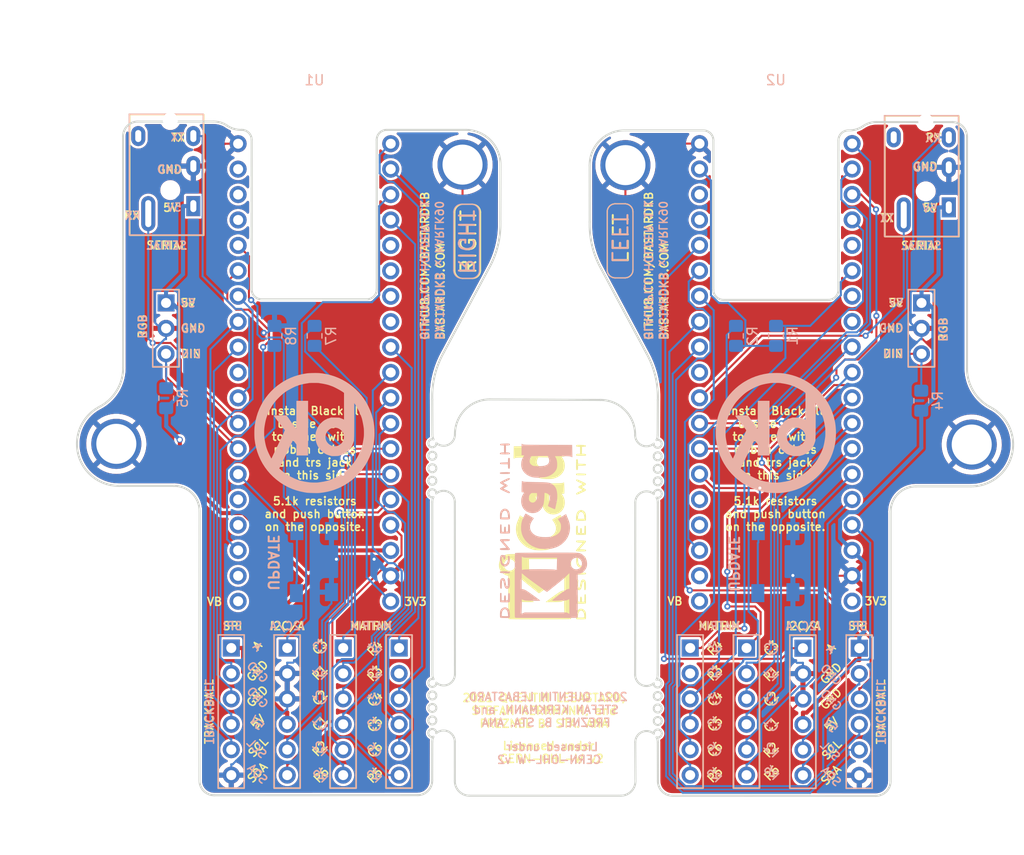
<source format=kicad_pcb>
(kicad_pcb (version 20211014) (generator pcbnew)
  (title_block (title "Bastardkb Blackpill Holder") (date "2021-12-08") (rev "1.1"))
  (layers (0 "F.Cu" signal) (31 "B.Cu" signal) (34 "B.Paste" user) (35 "F.Paste" user) (36 "B.SilkS" user "B.Silkscreen") (37 "F.SilkS" user "F.Silkscreen") (38 "B.Mask" user) (39 "F.Mask" user) (44 "Edge.Cuts" user))
  (net 0 "")
  (net 1 "serial_rx_r")
  (net 2 "serial_rx_l")
  (net 4 "audio_l")
  (net 6 "GND")
  (net 7 "serial_r")
  (net 8 "+5V")
  (net 9 "serial_l")
  (net 10 "rgb_r")
  (net 11 "cs_trackball_l")
  (net 12 "mosi_r")
  (net 13 "sck_r")
  (net 14 "miso_r")
  (net 15 "row1_r")
  (net 16 "row2_r")
  (net 17 "row3_r")
  (net 19 "row4_r")
  (net 20 "col3_r")
  (net 21 "row5_r")
  (net 22 "col2_r")
  (net 24 "col1_r")
  (net 25 "audio_r")
  (net 26 "col4_r")
  (net 27 "col5_r")
  (net 28 "col6_r")
  (net 29 "button_user_l")
  (net 30 "split_hand_r")
  (net 31 "button_user_r")
  (net 37 "+3V3")
  (net 38 "row1_l")
  (net 39 "row2_l")
  (net 40 "row3_l")
  (net 42 "row4_l")
  (net 43 "col3_l")
  (net 44 "col2_l")
  (net 45 "col1_l")
  (net 46 "dfu_bootloader_bodge_l")
  (net 47 "mosi_l")
  (net 48 "miso_l")
  (net 49 "sck_l")
  (net 50 "cs_trackball_r")
  (net 51 "row6_r")
  (net 52 "col4_l")
  (net 53 "col5_l")
  (net 54 "col6_l")
  (net 55 "rgb_l")
  (net 57 "split_hand_l")
  (net 63 "row6_l")
  (net 64 "scl_r")
  (net 70 "sda_r")
  (net 71 "scl_l")
  (net 72 "sda_l")
  (footprint "Library:MountingHole_4mm_Pad_Thin" (layer "F.Cu") (at 132.216 25.23)
    (fp_text reference "H3" hide)
    (fp_text value "M4")
  )
  (footprint "Library:6_PinHeader" (layer "F.Cu") (at 98.444 73.4822)
    (fp_text reference "J12" hide)
    (fp_text value "I2C and audio")
  )
  (footprint "Library:6_PinHeader" (layer "F.Cu") (at 155.575 73.5)
    (fp_text reference "J5" hide)
    (fp_text value "Trackball")
  )
  (footprint "Library:6_PinHeader" (layer "F.Cu") (at 92.856 73.4822)
    (fp_text reference "J7" hide)
    (fp_text value "Trackball")
  )
  (footprint "Library:6_PinHeader" (layer "F.Cu") (at 149.9447 73.5)
    (fp_text reference "J11" hide)
    (fp_text value "I2nc and audio")
  )
  (footprint "Library:3_PinSocket" (layer "F.Cu") (at 161.786 39)
    (fp_text reference "J3" hide)
    (fp_text value "RGB")
  )
  (footprint "Library:MountingHole_4mm_Pad_Thin" (layer "F.Cu") (at 166.8 53.15)
    (fp_text reference "H4" hide)
    (fp_text value "M4")
  )
  (footprint "Library:6_PinHeader" (layer "F.Cu") (at 144.3143 73.4822)
    (fp_text reference "J9" hide)
    (fp_text value "Ribbon")
  )
  (footprint "LOGO" (layer "F.Cu") (at 123.970064 62.037365 90)
    (fp_text reference "G3" hide)
    (fp_text value "LOGO" hide)
  )
  (footprint "Library:MountingHole_4mm_Pad_Thin" (layer "F.Cu") (at 81.376 53.08)
    (fp_text reference "H2" hide)
    (fp_text value "M4")
  )
  (footprint "Library:3_PinSocket" (layer "F.Cu") (at 86.341 39)
    (fp_text reference "J4" hide)
    (fp_text value "RGB")
  )
  (footprint "Library:6_PinHeader" (layer "F.Cu") (at 109.62 73.4822)
    (fp_text reference "J8" hide)
    (fp_text value "Ribbon")
  )
  (footprint "Library:MountingHole_4mm_Pad_Thin" (layer "F.Cu") (at 115.951 25.18)
    (fp_text reference "H1" hide)
    (fp_text value "M4")
  )
  (footprint "Library:6_PinHeader" (layer "F.Cu") (at 104.032 73.4822)
    (fp_text reference "J6" hide)
    (fp_text value "Ribbon")
  )
  (footprint "Library:6_PinHeader" (layer "F.Cu") (at 138.684 73.4822)
    (fp_text reference "J10" hide)
    (fp_text value "Ribbon")
  )
  (footprint "Resistor_SMD:R_0805_2012Metric_Pad1.20x1.40mm_HandSolder" (layer "B.Cu") (at 97.174 42.291 90)
    (fp_text reference "R8")
    (fp_text value "10k")
  )
  (footprint "Resistor_SMD:R_0805_2012Metric_Pad1.20x1.40mm_HandSolder" (layer "B.Cu") (at 101.1745 42.291 90)
    (fp_text reference "R7")
    (fp_text value "5.1k")
  )
  (footprint "Library:Jack_3.5mm_PJ320E_Horizontal" (layer "B.Cu") (at 164.511 29.45 180)
    (fp_text reference "J2" hide)
    (fp_text value "Serial")
  )
  (footprint "Library:Jack_3.5mm_PJ320E_Horizontal" (layer "B.Cu") (at 89.066 29.325 180)
    (fp_text reference "J1" hide)
    (fp_text value "Serial")
  )
  (footprint "Resistor_SMD:R_0805_2012Metric_Pad1.20x1.40mm_HandSolder" (layer "B.Cu") (at 147.2565 42.291 90)
    (fp_text reference "R1")
    (fp_text value "5.1k")
  )
  (footprint "Library:WeAct_BlackPill_without_SWD_First_Row" (layer "B.Cu") (at 154.86 20.54 180)
    (fp_text reference "U2")
    (fp_text value "STM32F401 / STM32F411 Blackpill Breakout" hide)
  )
  (footprint "LOGO" (layer "B.Cu") (at 124 61.9 90)
    (fp_text reference "G4" hide)
    (fp_text value "LOGO" hide)
  )
  (footprint "Resistor_SMD:R_0805_2012Metric_Pad1.20x1.40mm_HandSolder" (layer "B.Cu") (at 143.256 42.291 90)
    (fp_text reference "R2")
    (fp_text value "10k")
  )
  (footprint "Resistor_SMD:R_0805_2012Metric_Pad1.20x1.40mm_HandSolder" (layer "B.Cu") (at 86.36 48.514 90)
    (fp_text reference "R5")
    (fp_text value "5.1k")
  )
  (footprint "LOGO" (layer "B.Cu") (at 101.159815 52 180)
    (fp_text reference "G1" hide)
    (fp_text value "LOGO" hide)
  )
  (footprint "Library:PushSwitch" (layer "B.Cu") (at 101.16 64.897 -90)
    (fp_text reference "SW2" hide)
    (fp_text value "USER")
  )
  (footprint "Library:WeAct_BlackPill_without_SWD_First_Row" (layer "B.Cu") (at 108.78 20.55 180)
    (fp_text reference "U1")
    (fp_text value "STM32F401 / STM32F411 Blackpill Breakout" hide)
  )
  (footprint "Resistor_SMD:R_0805_2012Metric_Pad1.20x1.40mm_HandSolder" (layer "B.Cu") (at 161.761 48.768 90)
    (fp_text reference "R4")
    (fp_text value "5.1k")
  )
  (footprint "LOGO" (layer "B.Cu") (at 147.239815 52 180)
    (fp_text reference "G2" hide)
    (fp_text value "LOGO" hide)
  )
  (footprint "Library:PushSwitch" (layer "B.Cu") (at 147.24 64.897 -90)
    (fp_text reference "SW1" hide)
    (fp_text value "USER")
  )
  (gr_line (start 131.171079 29.094111) (end 132.19019 29.094111) (layer "B.SilkS") (width 0.12))
  (gr_arc (start 132.971079 35.715189) (mid 132.740291 36.25844) (end 132.200001 36.496078) (layer "B.SilkS") (width 0.12))
  (gr_line (start 117.642083 35.758781) (end 117.642083 29.933781) (layer "B.SilkS") (width 0.12))
  (gr_arc (start 115.071005 29.918592) (mid 115.301793 29.375341) (end 115.842083 29.137703) (layer "B.SilkS") (width 0.12))
  (gr_arc (start 131.18089 36.496078) (mid 130.628996 36.256408) (end 130.4 35.7) (layer "B.SilkS") (width 0.12))
  (gr_line (start 115.071005 29.918592) (end 115.071004 35.743592) (layer "B.SilkS") (width 0.12))
  (gr_line (start 116.871005 36.53967) (end 115.851894 36.53967) (layer "B.SilkS") (width 0.12))
  (gr_arc (start 132.19019 29.094111) (mid 132.742084 29.333781) (end 132.97108 29.890189) (layer "B.SilkS") (width 0.12))
  (gr_arc (start 115.851894 36.53967) (mid 115.3 36.3) (end 115.071004 35.743592) (layer "B.SilkS") (width 0.12))
  (gr_line (start 130.400001 29.875) (end 130.4 35.7) (layer "B.SilkS") (width 0.12))
  (gr_arc (start 130.400001 29.875) (mid 130.630789 29.331749) (end 131.171079 29.094111) (layer "B.SilkS") (width 0.12))
  (gr_arc (start 116.861194 29.137703) (mid 117.413088 29.377373) (end 117.642084 29.933781) (layer "B.SilkS") (width 0.12))
  (gr_line (start 115.842083 29.137703) (end 116.861194 29.137703) (layer "B.SilkS") (width 0.12))
  (gr_rect (start 158.09 32.35) (end 165.48 20.29) (layer "B.SilkS") (width 0.15) (fill none))
  (gr_rect (start 82.675 32.21) (end 90.065 20.15) (layer "B.SilkS") (width 0.15) (fill none))
  (gr_line (start 132.971079 35.715189) (end 132.971079 29.890189) (layer "B.SilkS") (width 0.12))
  (gr_arc (start 117.642083 35.758781) (mid 117.411295 36.302032) (end 116.871005 36.53967) (layer "B.SilkS") (width 0.12))
  (gr_line (start 132.200001 36.496078) (end 131.18089 36.496078) (layer "B.SilkS") (width 0.12))
  (gr_line (start 116.969496 36.550159) (end 115.950385 36.550159) (layer "F.SilkS") (width 0.12))
  (gr_arc (start 131.171079 36.496078) (mid 130.630789 36.25844) (end 130.400001 35.715189) (layer "F.SilkS") (width 0.12))
  (gr_line (start 130.400001 29.890189) (end 130.400001 35.715189) (layer "F.SilkS") (width 0.12))
  (gr_arc (start 132.200001 29.094111) (mid 132.740291 29.331749) (end 132.971079 29.875) (layer "F.SilkS") (width 0.12))
  (gr_arc (start 117.750386 35.754081) (mid 117.52139 36.310489) (end 116.969496 36.550159) (layer "F.SilkS") (width 0.12))
  (gr_arc (start 116.979307 29.148192) (mid 117.519597 29.38583) (end 117.750385 29.929081) (layer "F.SilkS") (width 0.12))
  (gr_line (start 131.18089 29.094111) (end 132.200001 29.094111) (layer "F.SilkS") (width 0.12))
  (gr_rect (start 82.72 20.18) (end 90.11 32.24) (layer "F.SilkS") (width 0.15) (fill none))
  (gr_arc (start 132.97108 35.7) (mid 132.742084 36.256408) (end 132.19019 36.496078) (layer "F.SilkS") (width 0.12))
  (gr_rect (start 158.135 20.32) (end 165.525 32.38) (layer "F.SilkS") (width 0.15) (fill none))
  (gr_line (start 132.19019 36.496078) (end 131.171079 36.496078) (layer "F.SilkS") (width 0.12))
  (gr_arc (start 130.4 29.890189) (mid 130.628996 29.333781) (end 131.18089 29.094111) (layer "F.SilkS") (width 0.12))
  (gr_line (start 115.960196 29.148192) (end 116.979307 29.148192) (layer "F.SilkS") (width 0.12))
  (gr_arc (start 115.179306 29.94427) (mid 115.408302 29.387862) (end 115.960196 29.148192) (layer "F.SilkS") (width 0.12))
  (gr_line (start 117.750386 35.754081) (end 117.750385 29.929081) (layer "F.SilkS") (width 0.12))
  (gr_line (start 132.97108 35.7) (end 132.971079 29.875) (layer "F.SilkS") (width 0.12))
  (gr_arc (start 115.950385 36.550159) (mid 115.410095 36.312521) (end 115.179307 35.76927) (layer "F.SilkS") (width 0.12))
  (gr_line (start 115.179307 29.94427) (end 115.179307 35.76927) (layer "F.SilkS") (width 0.12))
  (gr_line (start 95.889752 38.639294) (end 106.382645 38.639294) (layer "Edge.Cuts") (width 0.2))
  (gr_arc (start 113.053858 52.637883) (mid 112.969937 52.398506) (end 112.94178 52.146413) (layer "Edge.Cuts") (width 0.2))
  (gr_arc (start 133.200005 82.903929) (mid 133.849047 81.882606) (end 135.048781 82.040704) (layer "Edge.Cuts") (width 0.2))
  (gr_arc (start 158.6992 59.871331) (mid 159.43595 58.075951) (end 161.228078 57.331325) (layer "Edge.Cuts") (width 0.2))
  (gr_arc (start 133.200005 58.953929) (mid 133.849047 57.932606) (end 135.048781 58.090704) (layer "Edge.Cuts") (width 0.2))
  (gr_arc (start 107.382645 37.639294) (mid 107.089751 38.3464) (end 106.382645 38.639294) (layer "Edge.Cuts") (width 0.2))
  (gr_arc (start 81.661984 57.277726) (mid 77.564883 54.089426) (end 79.719999 49.366401) (layer "Edge.Cuts") (width 0.2))
  (gr_arc (start 93.892893 21.703507) (mid 93.132743 21.612352) (end 92.439999 21.286401) (layer "Edge.Cuts") (width 0.2))
  (gr_line (start 129.714709 48.692687) (end 118.66529 48.639088) (layer "Edge.Cuts") (width 0.2))
  (gr_arc (start 128.646009 25.277534) (mid 129.641754 22.793723) (end 132.11 21.76) (layer "Edge.Cuts") (width 0.2))
  (gr_arc (start 155.94 21.34) (mid 156.602238 21.023224) (end 157.33 20.926952) (layer "Edge.Cuts") (width 0.2))
  (gr_arc (start 82.049999 22.346401) (mid 82.473425 21.31393) (end 83.499999 20.876401) (layer "Edge.Cuts") (width 0.2))
  (gr_arc (start 140.002895 21.76) (mid 140.71 22.052894) (end 141.002893 22.76) (layer "Edge.Cuts") (width 0.2))
  (gr_arc (start 134.3 44) (mid 135.197343 46.271176) (end 135.450867 48.7) (layer "Edge.Cuts") (width 0.2))
  (gr_line (start 141.997354 38.692893) (end 152.490247 38.692893) (layer "Edge.Cuts") (width 0.2))
  (gr_arc (start 93.892893 21.703507) (mid 94.599999 21.996401) (end 94.892893 22.703507) (layer "Edge.Cuts") (width 0.2))
  (gr_arc (start 87.151924 57.277732) (mid 88.947975 58.021681) (end 89.691924 59.817732) (layer "Edge.Cuts") (width 0.2))
  (gr_line (start 135.438219 76.150012) (end 135.45 58.95) (layer "Edge.Cuts") (width 0.2))
  (gr_arc (start 135.326141 76.641482) (mid 135.755915 77.270035) (end 135.040002 77.010703) (layer "Edge.Cuts") (width 0.2))
  (gr_arc (start 135.048782 82.040704) (mid 135.763785 81.778876) (end 135.336207 82.408924) (layer "Edge.Cuts") (width 0.2))
  (gr_circle (center 135.44411 79.525005) (end 135.44411 79.125005) (layer "Edge.Cuts") (width 0.2) (fill none))
  (gr_arc (start 135.048782 58.090704) (mid 135.763785 57.828876) (end 135.336207 58.458924) (layer "Edge.Cuts") (width 0.2))
  (gr_arc (start 113.331218 81.987105) (mid 114.530952 81.829007) (end 115.179994 82.85033) (layer "Edge.Cuts") (width 0.2))
  (gr_arc (start 168.66 49.42) (mid 166.953151 47.799552) (end 166.33 45.53) (layer "Edge.Cuts") (width 0.2))
  (gr_line (start 91.15692 88.19537) (end 111.4598 88.186001) (layer "Edge.Cuts") (width 0.2))
  (gr_circle (center 112.938071 78.221409) (end 112.938071 77.821409) (layer "Edge.Cuts") (width 0.2) (fill none))
  (gr_line (start 158.6992 59.871331) (end 158.6992 86.8) (layer "Edge.Cuts") (width 0.2))
  (gr_line (start 140.002894 21.76) (end 132.11 21.76) (layer "Edge.Cuts") (width 0.2))
  (gr_arc (start 115.191776 52.150339) (mid 114.539171 53.169389) (end 113.339996 53.007105) (layer "Edge.Cuts") (width 0.2))
  (gr_arc (start 153.487106 22.757106) (mid 153.78 22.05) (end 154.487106 21.757106) (layer "Edge.Cuts") (width 0.2))
  (gr_line (start 116.630199 88.237969) (end 131.769801 88.237969) (layer "Edge.Cuts") (width 0.2))
  (gr_line (start 115.18123 86.761848) (end 115.179994 82.85033) (layer "Edge.Cuts") (width 0.2))
  (gr_arc (start 141.997354 38.692893) (mid 141.290248 38.399999) (end 140.997354 37.692893) (layer "Edge.Cuts") (width 0.2))
  (gr_line (start 116.269999 21.706401) (end 108.377105 21.706401) (layer "Edge.Cuts") (width 0.2))
  (gr_arc (start 91.049999 20.873353) (mid 91.777762 20.969623) (end 92.439999 21.286401) (layer "Edge.Cuts") (width 0.2))
  (gr_line (start 161.228078 57.331325) (end 166.718015 57.331325) (layer "Edge.Cuts") (width 0.2))
  (gr_line (start 112.929132 48.646401) (end 112.94178 52.146413) (layer "Edge.Cuts") (width 0.2))
  (gr_line (start 164.88 20.93) (end 157.33 20.926952) (layer "Edge.Cuts") (width 0.2))
  (gr_circle (center 112.933708 80.721404) (end 112.933708 80.321404) (layer "Edge.Cuts") (width 0.2) (fill none))
  (gr_arc (start 112.929999 58.896401) (mid 112.959036 58.644407) (end 113.043792 58.405325) (layer "Edge.Cuts") (width 0.2))
  (gr_circle (center 135.44411 55.575005) (end 135.44411 55.175005) (layer "Edge.Cuts") (width 0.2) (fill none))
  (gr_line (start 94.889752 37.639294) (end 94.892893 22.703507) (layer "Edge.Cuts") (width 0.2))
  (gr_arc (start 135.040003 77.010704) (mid 133.840828 77.172989) (end 133.188223 76.153938) (layer "Edge.Cuts") (width 0.2))
  (gr_arc (start 135.040003 53.060704) (mid 133.840828 53.222989) (end 133.188223 52.203938) (layer "Edge.Cuts") (width 0.2))
  (gr_line (start 166.33 45.53) (end 166.33 22.4) (layer "Edge.Cuts") (width 0.2))
  (gr_line (start 107.382645 37.639294) (end 107.377105 22.706401) (layer "Edge.Cuts") (width 0.2))
  (gr_line (start 119.729999 30.846401) (end 119.743513 25.217652) (layer "Edge.Cuts") (width 0.2))
  (gr_line (start 89.680799 86.746401) (end 89.691924 59.817732) (layer "Edge.Cuts") (width 0.2))
  (gr_arc (start 133.21877 86.761848) (mid 132.8 87.8) (end 131.769801 88.237969) (layer "Edge.Cuts") (width 0.2))
  (gr_arc (start 113.043792 58.405325) (mid 112.616214 57.775277) (end 113.331217 58.037105) (layer "Edge.Cuts") (width 0.2))
  (gr_arc (start 112.929999 82.846401) (mid 112.959036 82.594407) (end 113.043792 82.355325) (layer "Edge.Cuts") (width 0.2))
  (gr_arc (start 155.94 21.34) (mid 155.247256 21.665951) (end 154.487106 21.757106) (layer "Edge.Cuts") (width 0.2))
  (gr_arc (start 116.269999 21.706401) (mid 118.73935 22.737306) (end 119.743513 25.217652) (layer "Edge.Cuts") (width 0.2))
  (gr_arc (start 112.929132 48.646401) (mid 113.182656 46.217577) (end 114.079999 43.946401) (layer "Edge.Cuts") (width 0.2))
  (gr_arc (start 91.15692 88.19537) (mid 90.118768 87.7766) (end 89.680799 86.746401) (layer "Edge.Cuts") (width 0.2))
  (gr_arc (start 164.88 20.93) (mid 165.906569 21.367534) (end 166.33 22.4) (layer "Edge.Cuts") (width 0.2))
  (gr_line (start 129.800867 35.6) (end 134.3 44) (layer "Edge.Cuts") (width 0.2))
  (gr_arc (start 113.339997 53.007104) (mid 112.624084 53.266436) (end 113.053858 52.637883) (layer "Edge.Cuts") (width 0.2))
  (gr_line (start 133.200005 82.903929) (end 133.21877 86.761848) (layer "Edge.Cuts") (width 0.2))
  (gr_arc (start 135.336207 82.408924) (mid 135.420963 82.648006) (end 135.45 82.9) (layer "Edge.Cuts") (width 0.2))
  (gr_arc (start 168.66 49.42) (mid 170.815116 54.143025) (end 166.718015 57.331325) (layer "Edge.Cuts") (width 0.2))
  (gr_line (start 91.049999 20.873353) (end 83.499999 20.876401) (layer "Edge.Cuts") (width 0.2))
  (gr_arc (start 115.191776 76.100339) (mid 114.539171 77.119387) (end 113.339997 76.957104) (layer "Edge.Cuts") (width 0.2))
  (gr_line (start 153.487106 22.757106) (end 153.490247 37.692893) (layer "Edge.Cuts") (width 0.2))
  (gr_circle (center 112.938071 54.271409) (end 112.938071 53.871409) (layer "Edge.Cuts") (width 0.2) (fill none))
  (gr_arc (start 158.6992 86.8) (mid 158.261231 87.830199) (end 157.223079 88.248969) (layer "Edge.Cuts") (width 0.2))
  (gr_arc (start 95.889752 38.639294) (mid 95.182646 38.3464) (end 94.889752 37.639294) (layer "Edge.Cuts") (width 0.2))
  (gr_line (start 135.45 82.9) (end 135.4582 86.763479) (layer "Edge.Cuts") (width 0.2))
  (gr_arc (start 135.438219 76.150012) (mid 135.410062 76.402105) (end 135.326141 76.641482) (layer "Edge.Cuts") (width 0.2))
  (gr_line (start 128.646009 25.277534) (end 128.65 30.9) (layer "Edge.Cuts") (width 0.2))
  (gr_line (start 82.049999 22.346401) (end 82.059999 45.466401) (layer "Edge.Cuts") (width 0.2))
  (gr_circle (center 135.446291 80.775003) (end 135.446291 80.375003) (layer "Edge.Cuts") (width 0.2) (fill none))
  (gr_circle (center 135.441928 78.275008) (end 135.441928 77.875008) (layer "Edge.Cuts") (width 0.2) (fill none))
  (gr_line (start 114.079999 43.946401) (end 118.579132 35.546401) (layer "Edge.Cuts") (width 0.2))
  (gr_line (start 135.438219 52.200012) (end 135.450867 48.7) (layer "Edge.Cuts") (width 0.2))
  (gr_arc (start 116.630199 88.237969) (mid 115.6 87.8) (end 115.18123 86.761848) (layer "Edge.Cuts") (width 0.2))
  (gr_arc (start 113.043792 82.355325) (mid 112.616214 81.725277) (end 113.331217 81.987105) (layer "Edge.Cuts") (width 0.2))
  (gr_arc (start 136.920199 88.2396) (mid 135.881542 87.806254) (end 135.4582 86.763479) (layer "Edge.Cuts") (width 0.2))
  (gr_arc (start 113.331218 58.037105) (mid 114.530952 57.879007) (end 115.179994 58.90033) (layer "Edge.Cuts") (width 0.2))
  (gr_circle (center 135.446291 56.825003) (end 135.446291 56.425003) (layer "Edge.Cuts") (width 0.2) (fill none))
  (gr_arc (start 82.059999 45.466401) (mid 81.432441 47.741866) (end 79.719999 49.366401) (layer "Edge.Cuts") (width 0.2))
  (gr_circle (center 112.935889 79.471406) (end 112.935889 79.071406) (layer "Edge.Cuts") (width 0.2) (fill none))
  (gr_arc (start 153.490247 37.692893) (mid 153.197351 38.399997) (end 152.490247 38.692893) (layer "Edge.Cuts") (width 0.2))
  (gr_circle (center 112.935889 55.521406) (end 112.935889 55.121406) (layer "Edge.Cuts") (width 0.2) (fill none))
  (gr_arc (start 135.438219 52.200012) (mid 135.410062 52.452105) (end 135.326141 52.691482) (layer "Edge.Cuts") (width 0.2))
  (gr_arc (start 135.336207 58.458924) (mid 135.420963 58.698006) (end 135.45 58.95) (layer "Edge.Cuts") (width 0.2))
  (gr_line (start 112.929999 58.896401) (end 112.94178 76.096413) (layer "Edge.Cuts") (width 0.2))
  (gr_arc (start 107.377106 22.706401) (mid 107.669999 21.999295) (end 108.377104 21.706401) (layer "Edge.Cuts") (width 0.2))
  (gr_arc (start 129.714709 48.692687) (mid 132.18406 49.723592) (end 133.188223 52.203938) (layer "Edge.Cuts") (width 0.2))
  (gr_arc (start 119.729999 30.846401) (mid 119.476475 33.275225) (end 118.579132 35.546401) (layer "Edge.Cuts") (width 0.2))
  (gr_line (start 81.661984 57.277726) (end 87.151921 57.277726) (layer "Edge.Cuts") (width 0.2))
  (gr_circle (center 112.933708 56.771404) (end 112.933708 56.371404) (layer "Edge.Cuts") (width 0.2) (fill none))
  (gr_arc (start 129.800867 35.6) (mid 128.903524 33.328824) (end 128.65 30.9) (layer "Edge.Cuts") (width 0.2))
  (gr_circle (center 135.441928 54.325008) (end 135.441928 53.925008) (layer "Edge.Cuts") (width 0.2) (fill none))
  (gr_arc (start 135.326141 52.691482) (mid 135.755915 53.320035) (end 135.040002 53.060703) (layer "Edge.Cuts") (width 0.2))
  (gr_line (start 141.002894 22.76) (end 140.997354 37.692893) (layer "Edge.Cuts") (width 0.2))
  (gr_arc (start 113.339997 76.957104) (mid 112.624084 77.216436) (end 113.053858 76.587883) (layer "Edge.Cuts") (width 0.2))
  (gr_arc (start 115.191776 52.150339) (mid 116.195933 49.669988) (end 118.66529 48.639088) (layer "Edge.Cuts") (width 0.2))
  (gr_line (start 115.191776 76.100339) (end 115.179994 58.90033) (layer "Edge.Cuts") (width 0.2))
  (gr_arc (start 113.053858 76.587883) (mid 112.969937 76.348506) (end 112.94178 76.096413) (layer "Edge.Cuts") (width 0.2))
  (gr_line (start 133.200005 58.953929) (end 133.188223 76.153938) (layer "Edge.Cuts") (width 0.2))
  (gr_arc (start 112.921799 86.70988) (mid 112.498449 87.752647) (end 111.4598 88.186001) (layer "Edge.Cuts") (width 0.2))
  (gr_line (start 112.921799 86.70988) (end 112.929999 82.846401) (layer "Edge.Cuts") (width 0.2))
  (gr_line (start 136.920199 88.2396) (end 157.223079 88.248969) (layer "Edge.Cuts") (width 0.2))
  (gr_text "C4" (at 107.1308 78.594106 -45) (layer "B.SilkS") (effects (font (size 0.8 0.8)) (justify mirror)))
  (gr_text "R1" (at 146.7548 76.055116 -45) (layer "B.SilkS") (effects (font (size 0.8 0.8)) (justify mirror)))
  (gr_text "R6" (at 146.78 85.93 -45) (layer "B.SilkS") (effects (font (size 0.8 0.8)) (justify mirror)))
  (gr_text "RX" (at 83.02 30.28) (layer "B.SilkS") (effects (font (size 0.8 0.8)) (justify mirror)))
  (gr_text "Licensed under \nCERN-OHL-W v2" (at 124.6 84) (layer "B.SilkS") (effects (font (size 0.8 0.8)) (justify mirror)))
  (gr_text "5V" (at 95.42 80.98 -45) (layer "B.SilkS") (effects (font (size 0.8 0.8)) (justify mirror)))
  (gr_text "SPI" (at 155.428763 71.286486) (layer "B.SilkS") (effects (font (size 0.8 0.8)) (justify mirror)))
  (gr_text "GND" (at 162.104762 25.45) (layer "B.SilkS") (effects (font (size 0.8 0.8)) (justify mirror)))
  (gr_text "BLACKPILL HOLDER 1.1" (at 112.15 35.690477 -90) (layer "B.SilkS") (effects (font (size 0.8 0.8)) (justify mirror)))
  (gr_text "GND" (at 95.47 75.900001 -45) (layer "B.SilkS") (effects (font (size 0.8 0.8)) (justify mirror)))
  (gr_text "SDA" (at 152.75 86.31 -45) (layer "B.SilkS") (effects (font (size 0.8 0.8)) (justify mirror)))
  (gr_text "RGB" (at 163.902735 41.669198 270) (layer "B.SilkS") (effects (font (size 0.8 0.8)) (justify mirror)))
  (gr_text "C5" (at 107.1308 81.134106 -45) (layer "B.SilkS") (effects (font (size 0.8 0.8)) (justify mirror)))
  (gr_text "RGB" (at 83.945735 41.363197 270) (layer "B.SilkS") (effects (font (size 0.8 0.8)) (justify mirror)))
  (gr_text "GND" (at 152.75 76.15 -45) (layer "B.SilkS") (effects (font (size 0.8 0.8)) (justify mirror)))
  (gr_text "5V" (at 162.6 29.55) (layer "B.SilkS") (effects (font (size 0.8 0.8)) (justify mirror)))
  (gr_text "5V" (at 87.157143 29.45) (layer "B.SilkS") (effects (font (size 0.8 0.8)) (justify mirror)))
  (gr_text "SPI" (at 92.974987 71.281514) (layer "B.SilkS") (effects (font (size 0.8 0.8)) (justify mirror)))
  (gr_text "C6" (at 141.0906 83.6284 -45) (layer "B.SilkS") (effects (font (size 0.8 0.8)) (justify mirror)))
  (gr_text "SERIAL" (at 161.761 33.274) (layer "B.SilkS") (effects (font (size 0.8 0.8)) (justify mirror)))
  (gr_text "TRACKBALL" (at 90.65 79.8322 -90) (layer "B.SilkS") (effects (font (size 0.8 0.8)) (justify mirror)))
  (gr_text "R5" (at 141.0652 86.162458 -45) (layer "B.SilkS") (effects (font (size 0.8 0.8)) (justify mirror)))
  (gr_text "I2C/A" (at 149.967763 71.286486) (layer "B.SilkS") (effects (font (size 0.8 0.8)) (justify mirror)))
  (gr_text "DIN" (at 158.972286 44.069) (layer "B.SilkS") (effects (font (size 0.8 0.8)) (justify mirror)))
  (gr_text "MATRIX" (at 141.585763 71.286486) (layer "B.SilkS") (effects (font (size 0.8 0.8)) (justify mirror)))
  (gr_text "TX" (at 87.5 22.45) (layer "B.SilkS") (effects (font (size 0.8 0.8)) (justify mirror)))
  (gr_text "R4" (at 141.0906 73.4684 -45) (layer "B.SilkS") (effects (font (size 0.8 0.8)) (justify mirror)))
  (gr_text "R4" (at 107.1308 73.514106 -45) (layer "B.SilkS") (effects (font (size 0.8 0.8)) (justify mirror)))
  (gr_text "GND" (at 158.762762 41.529) (layer "B.SilkS") (effects (font (size 0.8 0.8)) (justify mirror)))
  (gr_text "TRACKBALL" (at 157.734 79.844409 -90) (layer "B.SilkS") (effects (font (size 0.8 0.8)) (justify mirror)))
  (gr_text "R3" (at 107.1308 76.054106 -45) (layer "B.SilkS") (effects (font (size 0.8 0.8)) (justify mirror)))
  (gr_text "C3" (at 146.7548 73.515116 -45) (layer "B.SilkS") (effects (font (size 0.8 0.8)) (justify mirror)))
  (gr_text "R5" (at 107.1054 86.208164 -45) (layer "B.SilkS") (effects (font (size 0.8 0.8)) (justify mirror)))
  (gr_text "5V" (at 159.258 38.989) (layer "B.SilkS") (effects (font (size 0.8 0.8)) (justify mirror)))
  (gr_text "SCL" (at 95.3946 83.52 -45) (layer "B.SilkS") (effects (font (size 0.8 0.8)) (justify mirror)))
  (gr_text "2021 QUENTIN LEBASTARD,\nSTEFAN KERKMANN, and\nFREZNEL B. STA. ANA" (at 124.300005 79.650006) (layer "B.SilkS") (effects (font (size 0.8 0.8)) (justify mirror)))
  (gr_text "SCL" (at 152.6746 83.769999 -45) (layer "B.SilkS") (effects (font (size 0.8 0.8)) (justify mirror)))
  (gr_text "R6" (at 101.74 86.19 -45) (layer "B.SilkS") (effects (font (size 0.8 0.8)) (justify mirror)))
  (gr_text "R1" (at 101.6952 75.925916 -45) (layer "B.SilkS") (effects (font (size 0.8 0.8)) (justify mirror)))
  (gr_text "RIGHT" (at 116.268504 32.908782 -90) (layer "B.SilkS") (effects (font (size 1.5 1.5) (thickness 0.2)) (justify mirror)))
  (gr_text "R2" (at 101.6952 83.545916 -45) (layer "B.SilkS") (effects (font (size 0.8 0.8)) (justify mirror)))
  (gr_text "R3" (at 141.0906 76.0084 -45) (layer "B.SilkS") (effects (font (size 0.8 0.8)) (justify mirror)))
  (gr_text "MATRIX" (at 106.824487 71.281514) (layer "B.SilkS") (effects (font (size 0.8 0.8)) (justify mirror)))
  (gr_text "GND" (at 95.47 78.44 -45) (layer "B.SilkS") (effects (font (size 0.8 0.8)) (justify mirror)))
  (gr_text "C6" (at 107.1308 83.674106 -45) (layer "B.SilkS") (effects (font (size 0.8 0.8)) (justify mirror)))
  (gr_text "C3" (at 101.6952 73.385916 -45) (layer "B.SilkS") (effects (font (size 0.8 0.8)) (justify mirror)))
  (gr_text "BASTARDKB x KARLK90" (at 113.6 35.747619 270) (layer "B.SilkS") (effects (font (size 0.8 0.8)) (justify mirror)))
  (gr_text "TX" (at 158.34 30.53) (layer "B.SilkS") (effects (font (size 0.8 0.8)) (justify mirror)))
  (gr_text "C2" (at 101.6952 78.465916 -45) (layer "B.SilkS") (effects (font (size 0.8 0.8)) (justify mirror)))
  (gr_text "SDA" (at 95.47 86.060001 -45) (layer "B.SilkS") (effects (font (size 0.8 0.8)) (justify mirror)))
  (gr_text "A" (at 95.47 73.360001 -45) (layer "B.SilkS") (effects (font (size 0.8 0.8)) (justify mirror)))
  (gr_text "5V" (at 88.545238 39.029) (layer "B.SilkS") (effects (font (size 0.8 0.8)) (justify mirror)))
  (gr_text "RX" (at 162.942857 22.55) (layer "B.SilkS") (effects (font (size 0.8 0.8)) (justify mirror)))
  (gr_text "UPDATE" (at 97.047 64.934 270) (layer "B.SilkS") (effects (font (size 1 1) (thickness 0.2032)) (justify mirror)))
  (gr_text "C2" (at 146.7548 78.595116 -45) (layer "B.SilkS") (effects (font (size 0.8 0.8)) (justify mirror)))
  (gr_text "I2C/A" (at 98.432103 71.281514) (layer "B.SilkS") (effects (font (size 0.8 0.8)) (justify mirror)))
  (gr_text "GND" (at 152.75 78.689999 -45) (layer "B.SilkS") (effects (font (size 0.8 0.8)) (justify mirror)))
  (gr_text "C1" (at 101.6952 81.005916 -45) (layer "B.SilkS") (effects (font (size 0.8 0.8)) (justify mirror)))
  (gr_text "R2" (at 146.7548 83.675116 -45) (layer "B.SilkS") (effects (font (size 0.8 0.8)) (justify mirror)))
  (gr_text "5V" (at 152.7 81.229999 -45) (layer "B.SilkS") (effects (font (size 0.8 0.8)) (justify mirror)))
  (gr_text "C1" (at 146.7548 81.135116 -45) (layer "B.SilkS") (effects (font (size 0.8 0.8)) (justify mirror)))
  (gr_text "BLACKPILL HOLDER 1.1" (at 134.5 35.690477 -90) (layer "B.SilkS") (effects (font (size 0.8 0.8)) (justify mirror)))
  (gr_text "UPDATE" (at 143.021 65.061 270) (layer "B.SilkS") (effects (font (size 1 1) (thickness 0.2032)) (justify mirror)))
  (gr_text "DIN" (at 88.830953 44.109) (layer "B.SilkS") (effects (font (size 0.8 0.8)) (justify mirror)))
  (gr_text "A" (at 152.75 73.61 -45) (layer "B.SilkS") (effects (font (size 0.8 0.8)) (justify mirror)))
  (gr_text "BASTARDKB x KARLK90" (at 135.95 35.747619 270) (layer "B.SilkS") (effects (font (size 0.8 0.8)) (justify mirror)))
  (gr_text "SERIAL" (at 86.403445 33.254816) (layer "B.SilkS") (effects (font (size 0.8 0.8)) (justify mirror)))
  (gr_text "C4" (at 141.0906 78.5484 -45) (layer "B.SilkS") (effects (font (size 0.8 0.8)) (justify mirror)))
  (gr_text "GND" (at 86.661905 25.65) (layer "B.SilkS") (effects (font (size 0.8 0.8)) (justify mirror)))
  (gr_text "C5" (at 141.0906 81.0884 -45) (layer "B.SilkS") (effects (font (size 0.8 0.8)) (justify mirror)))
  (gr_text "GND" (at 89.040476 41.569) (layer "B.SilkS") (effects (font (size 0.8 0.8)) (justify mirror)))
  (gr_text "LEFT" (at 131.6 32.575 -90) (layer "B.SilkS") (effects (font (size 1.5 1.5) (thickness 0.2)) (justify mirror)))
  (gr_text "TX" (at 87.551 22.48) (layer "F.SilkS") (effects (font (size 0.8 0.8))))
  (gr_text "R3" (at 107.207 76.054909 45) (layer "F.SilkS") (effects (font (size 0.8 0.8))))
  (gr_text "C2" (at 146.7802 78.5992 45) (layer "F.SilkS") (effects (font (size 0.8 0.8))))
  (gr_text "SERIAL" (at 161.757555 33.269184) (layer "F.SilkS") (effects (font (size 0.8 0.8))))
  (gr_text "GND" (at 95.4692 75.783802 45) (layer "F.SilkS") (effects (font (size 0.8 0.8))))
  (gr_text "2021 QUENTIN LEBASTARD,\nSTEFAN KERKMANN, and\nFREZNEL B. STA. ANA" (at 124.084994 79.750539) (layer "F.SilkS") (effects (font (size 0.8 0.8))))
  (gr_text "C2" (at 101.7206 78.47 45) (layer "F.SilkS") (effects (font (size 0.8 0.8))))
  (gr_text "GND" (at 162.161905 25.38) (layer "F.SilkS") (effects (font (size 0.8 0.8))))
  (gr_text "RGB" (at 84 41.349999 90) (layer "F.SilkS") (effects (font (size 0.8 0.8))))
  (gr_text "C3" (at 101.7206 73.39 45) (layer "F.SilkS") (effects (font (size 0.8 0.8))))
  (gr_text "MATRIX" (at 106.826 71.284) (layer "F.SilkS") (effects (font (size 0.8 0.8))))
  (gr_text "GND" (at 152.7492 78.5738 45) (layer "F.SilkS") (effects (font (size 0.8 0.8))))
  (gr_text "5V" (at 162.657143 29.48) (layer "F.SilkS") (effects (font (size 0.8 0.8))))
  (gr_text "SPI" (at 92.983 71.284) (layer "F.SilkS") (effects (font (size 0.8 0.8))))
  (gr_text "R2" (at 146.7802 83.6792 45) (layer "F.SilkS") (effects (font (size 0.8 0.8))))
  (gr_text "I2C/A" (at 98.444 71.284) (layer "F.SilkS") (effects (font (size 0.8 0.8))))
  (gr_text "3V3" (at 111.25 68.85) (layer "F.SilkS") (effects (font (size 0.8 0.8))))
  (gr_text "R3" (at 141.1668 76.009203 45) (layer "F.SilkS") (effects (font (size 0.8 0.8))))
  (gr_text "RX" (at 163 22.48) (layer "F.SilkS") (effects (font (size 0.8 0.8))))
  (gr_text "LEFT" (at 131.77108 32.575 90) (layer "F.SilkS") (effects (font (size 1.5 1.5) (thickness 0.2))))
  (gr_text "GND" (at 158.737362 41.529) (layer "F.SilkS") (effects (font (size 0.8 0.8))))
  (gr_text "TRACKBALL" (at 90.65 79.837791 90) (layer "F.SilkS") (effects (font (size 0.8 0.8))))
  (gr_text "DIN" (at 158.946886 44.08) (layer "F.SilkS") (effects (font (size 0.8 0.8))))
  (gr_text "5V" (at 159.2326 39) (layer "F.SilkS") (effects (font (size 0.8 0.8))))
  (gr_text "R6" (at 146.84 85.98 45) (layer "F.SilkS") (effects (font (size 0.8 0.8))))
  (gr_text "R2" (at 101.7206 83.55 45) (layer "F.SilkS") (effects (font (size 0.8 0.8))))
  (gr_text "SCL" (at 152.8246 83.6538 45) (layer "F.SilkS") (effects (font (size 0.8 0.8))))
  (gr_text "SDA" (at 152.7492 86.193801 45) (layer "F.SilkS") (effects (font (size 0.8 0.8))))
  (gr_text "C1" (at 101.7206 81.01 45) (layer "F.SilkS") (effects (font (size 0.8 0.8))))
  (gr_text "RGB" (at 163.957 41.656 -270) (layer "F.SilkS") (effects (font (size 0.8 0.8))))
  (gr_text "SERIAL" (at 86.4 33.25) (layer "F.SilkS") (effects (font (size 0.8 0.8))))
  (gr_text "A" (at 152.7492 73.493801 45) (layer "F.SilkS") (effects (font (size 0.8 0.8))))
  (gr_text "C6" (at 107.207 83.674909 45) (layer "F.SilkS") (effects (font (size 0.8 0.8))))
  (gr_text "GND" (at 152.7492 76.033801 45) (layer "F.SilkS") (effects (font (size 0.8 0.8))))
  (gr_text "5V" (at 86.789096 29.48) (layer "F.SilkS") (effects (font (size 0.8 0.8))))
  (gr_text "C4" (at 107.207 78.594909 45) (layer "F.SilkS") (effects (font (size 0.8 0.8))))
  (gr_text "C6" (at 141.1668 83.629203 45) (layer "F.SilkS") (effects (font (size 0.8 0.8))))
  (gr_text "GND" (at 95.4692 78.323801 45) (layer "F.SilkS") (effects (font (size 0.8 0.8))))
  (gr_text "RIGHT" (at 116.552886 32.919271 90) (layer "F.SilkS") (effects (font (size 1.5 1.5) (thickness 0.2))))
  (gr_text "A" (at 95.4692 73.243802 45) (layer "F.SilkS") (effects (font (size 0.8 0.8))))
  (gr_text "R1" (at 146.7802 76.0592 45) (layer "F.SilkS") (effects (font (size 0.8 0.8))))
  (gr_text "3V3" (at 157.226 68.8) (layer "F.SilkS") (effects (font (size 0.8 0.8))))
  (gr_text "GND" (at 89.045238 41.529) (layer "F.SilkS") (effects (font (size 0.8 0.8))))
  (gr_text "VB" (at 91.184 68.85) (layer "F.SilkS") (effects (font (size 0.8 0.8))))
  (gr_text "5V" (at 95.5192 80.863801 45) (layer "F.SilkS") (effects (font (size 0.8 0.8))))
  (gr_text "GITHUB.COM/BASTARDKB" (at 134.55 35.290477 90) (layer "F.SilkS") (effects (font (size 0.8 0.8))))
  (gr_text "5V" (at 88.55 39) (layer "F.SilkS") (effects (font (size 0.8 0.8))))
  (gr_text "C3" (at 146.7802 73.5192 45) (layer "F.SilkS") (effects (font (size 0.8 0.8))))
  (gr_text "GITHUB.COM/BASTARDKB" (at 112.2 35.290477 90) (layer "F.SilkS") (effects (font (size 0.8 0.8))))
  (gr_text "C5" (at 107.207 81.134909 45) (layer "F.SilkS") (effects (font (size 0.8 0.8))))
  (gr_text "RX" (at 82.95 30.26) (layer "F.SilkS") (effects (font (size 0.8 0.8))))
  (gr_text "R5" (at 141.1668 86.169203 45) (layer "F.SilkS") (effects (font (size 0.8 0.8))))
  (gr_text "BASTARDKB.COM" (at 113.75 37.842858 90) (layer "F.SilkS") (effects (font (size 0.8 0.8))))
  (gr_text "C4" (at 141.1668 78.549203 45) (layer "F.SilkS") (effects (font (size 0.8 0.8))))
  (gr_text "Licensed under \nCERN-OHL-W v2" (at 124.85 83.9) (layer "F.SilkS") (effects (font (size 0.8 0.8))))
  (gr_text "SDA" (at 95.4692 85.943802 45) (layer "F.SilkS") (effects (font (size 0.8 0.8))))
  (gr_text "R5" (at 107.207 86.214909 45) (layer "F.SilkS") (effects (font (size 0.8 0.8))))
  (gr_text "DIN" (at 88.835715 44.08) (layer "F.SilkS") (effects (font (size 0.8 0.8))))
  (gr_text "Install Blackpill\nupside down\ntogether with \nribbon cables\nand trs jack\non this side.\n\n5.1k resistors\nand push button\non the opposite." (at 101.2 55.58) (layer "F.SilkS") (effects (font (size 0.8 0.8))))
  (gr_text "C5" (at 141.1668 81.089203 45) (layer "F.SilkS") (effects (font (size 0.8 0.8))))
  (gr_text "VB" (at 137.16 68.8) (layer "F.SilkS") (effects (font (size 0.8 0.8))))
  (gr_text "MATRIX" (at 141.587276 71.284) (layer "F.SilkS") (effects (font (size 0.8 0.8))))
  (gr_text "R4" (at 107.207 73.514909 45) (layer "F.SilkS") (effects (font (size 0.8 0.8))))
  (gr_text "R4" (at 141.1668 73.469203 45) (layer "F.SilkS") (effects (font (size 0.8 0.8))))
  (gr_text "TX" (at 158.32 30.51) (layer "F.SilkS") (effects (font (size 0.8 0.8))))
  (gr_text "R1" (at 101.7206 75.93 45) (layer "F.SilkS") (effects (font (size 0.8 0.8))))
  (gr_text "SCL" (at 95.5446 83.403801 45) (layer "F.SilkS") (effects (font (size 0.8 0.8))))
  (gr_text "I2C/A" (at 149.97966 71.284) (layer "F.SilkS") (effects (font (size 0.8 0.8))))
  (gr_text "C1" (at 146.7802 81.1392 45) (layer "F.SilkS") (effects (font (size 0.8 0.8))))
  (gr_text "R6" (at 101.85 86.19 45) (layer "F.SilkS") (effects (font (size 0.8 0.8))))
  (gr_text "SPI" (at 155.436776 71.284) (layer "F.SilkS") (effects (font (size 0.8 0.8))))
  (gr_text "TRACKBALL" (at 157.734 79.85 90) (layer "F.SilkS") (effects (font (size 0.8 0.8))))
  (gr_text "GND" (at 86.712905 25.68) (layer "F.SilkS") (effects (font (size 0.8 0.8))))
  (gr_text "Install Blackpill\nupside down\ntogether with \nribbon cables\nand trs jack\non this side.\n\n5.1k resistors\nand push button\non the opposite." (at 147.2 55.58) (layer "F.SilkS") (effects (font (size 0.8 0.8))))
  (gr_text "5V" (at 152.7992 81.1138 45) (layer "F.SilkS") (effects (font (size 0.8 0.8))))
  (gr_text "BASTARDKB.COM" (at 136.1 37.842858 90) (layer "F.SilkS") (effects (font (size 0.8 0.8))))
  (segment (start 88.2789 45.7689) (end 88.2789 44.4806) (width 0.2032) (layer "F.Cu") (net 1))
  (segment (start 88.2789 44.4806) (end 86.7993 43.001) (width 0.2032) (layer "F.Cu") (net 1))
  (segment (start 86.7993 43.001) (end 85.0026 43.001) (width 0.2032) (layer "F.Cu") (net 1))
  (segment (start 93.54 51.03) (end 88.2789 45.7689) (width 0.2032) (layer "F.Cu") (net 1))
  (via (at 85.0026 43.001) (size 0.6096) (drill 0.3048) (layers "F.Cu" "B.Cu") (net 1))
  (segment (start 84.566 42.5644) (end 85.0026 43.001) (width 0.2032) (layer "B.Cu") (net 1))
  (segment (start 84.566 30.075) (end 84.566 42.5644) (width 0.2032) (layer "B.Cu") (net 1))
  (segment (start 139.62 48.48) (end 145.8229 42.2771) (width 0.2032) (layer "F.Cu") (net 2))
  (segment (start 145.8229 42.2771) (end 156.2019 42.2771) (width 0.2032) (layer "F.Cu") (net 2))
  (via (at 156.2019 42.2771) (size 0.6096) (drill 0.3048) (layers "F.Cu" "B.Cu") (net 2))
  (segment (start 160.011 38.468) (end 160.011 30.2) (width 0.2032) (layer "B.Cu") (net 2))
  (segment (start 156.2019 42.2771) (end 160.011 38.468) (width 0.2032) (layer "B.Cu") (net 2))
  (segment (start 149.9447 73.5) (end 148.8658 73.5) (width 0.2032) (layer "F.Cu") (net 4))
  (segment (start 147.8017 74.5641) (end 136.0671 74.5641) (width 0.2032) (layer "F.Cu") (net 4))
  (segment (start 148.8658 73.5) (end 147.8017 74.5641) (width 0.2032) (layer "F.Cu") (net 4))
  (via (at 136.0671 74.5641) (size 0.6096) (drill 0.3048) (layers "F.Cu" "B.Cu") (net 4))
  (segment (start 139.62 33.24) (end 136.1983 36.6617) (width 0.2032) (layer "B.Cu") (net 4))
  (segment (start 136.1983 74.4329) (end 136.0671 74.5641) (width 0.2032) (layer "B.Cu") (net 4))
  (segment (start 136.1983 36.6617) (end 136.1983 74.4329) (width 0.2032) (layer "B.Cu") (net 4))
  (segment (start 86.341 41.54) (end 87.4199 41.54) (width 0.2032) (layer "F.Cu") (net 6))
  (segment (start 149.642 82.39) (end 148.8466 81.5946) (width 0.2032) (layer "F.Cu") (net 6))
  (segment (start 101.8867 43.9628) (end 107.622 38.2275) (width 0.2032) (layer "F.Cu") (net 6))
  (segment (start 150.6861 82.39) (end 149.642 82.39) (width 0.2032) (layer "F.Cu") (net 6))
  (segment (start 95.4574 41.987) (end 96.0958 41.987) (width 0.2032) (layer "F.Cu") (net 6))
  (segment (start 149.9447 78.58) (end 149.9447 76.04) (width 0.2032) (layer "F.Cu") (net 6))
  (segment (start 155.575 86.2) (end 154.4961 86.2) (width 0.2032) (layer "F.Cu") (net 6))
  (segment (start 103.3517 64.6103) (end 107.1203 64.6103) (width 0.2032) (layer "F.Cu") (net 6))
  (segment (start 95.8308 43.9628) (end 101.8867 43.9628) (width 0.2032) (layer "F.Cu") (net 6))
  (segment (start 115.951 30.1955) (end 115.951 25.18) (width 0.2032) (layer "F.Cu") (net 6))
  (segment (start 92.2299 23.09) (end 89.9949 25.325) (width 0.2032) (layer "F.Cu") (net 6))
  (segment (start 87.4199 41.54) (end 87.8669 41.987) (width 0.2032) (layer "F.Cu") (net 6))
  (segment (start 107.622 37.9237) (end 108.4857 37.06) (width 0.2032) (layer "F.Cu") (net 6))
  (segment (start 161.786 41.54) (end 160.7071 41.54) (width 0.2032) (layer "F.Cu") (net 6))
  (segment (start 166.8 53.15) (end 163.247 49.597) (width 0.2032) (layer "F.Cu") (net 6))
  (segment (start 134.366 23.08) (end 132.216 25.23) (width 0.2032) (layer "F.Cu") (net 6))
  (segment (start 163.247 49.597) (end 163.247 43.9681) (width 0.2032) (layer "F.Cu") (net 6))
  (segment (start 148.8466 79.6781) (end 149.9447 78.58) (width 0.2032) (layer "F.Cu") (net 6))
  (segment (start 87.8669 41.987) (end 95.4574 41.987) (width 0.2032) (layer "F.Cu") (net 6))
  (segment (start 89.066 25.325) (end 89.9949 25.325) (width 0.2032) (layer "F.Cu") (net 6))
  (segment (start 161.8978 42.6189) (end 161.786 42.6189) (width 0.2032) (layer "F.Cu") (net 6))
  (segment (start 95.4574 41.987) (end 95.4574 43.5894) (width 0.2032) (layer "F.Cu") (net 6))
  (segment (start 107.622 38.2275) (end 107.622 37.9237) (width 0.2032) (layer "F.Cu") (net 6))
  (segment (start 139.62 23.08) (end 134.366 23.08) (width 0.2032) (layer "F.Cu") (net 6))
  (segment (start 154.4961 86.2) (end 150.6861 82.39) (width 0.2032) (layer "F.Cu") (net 6))
  (segment (start 163.247 43.9681) (end 161.8978 42.6189) (width 0.2032) (layer "F.Cu") (net 6))
  (segment (start 132.216 32.517) (end 139.3895 39.6905) (width 0.2032) (layer "F.Cu") (net 6))
  (segment (start 132.216 25.23) (end 132.216 32.517) (width 0.2032) (layer "F.Cu") (net 6))
  (segment (start 93.54 23.09) (end 92.2299 23.09) (width 0.2032) (layer "F.Cu") (net 6))
  (segment (start 109.0865 37.06) (end 115.951 30.1955) (width 0.2032) (layer "F.Cu") (net 6))
  (segment (start 148.9682 66.26) (end 148.94 66.2318) (width 0.2032) (layer "F.Cu") (net 6))
  (segment (start 108.4857 37.06) (end 109.0865 37.06) (width 0.2032) (layer "F.Cu") (net 6))
  (segment (start 154.86 66.26) (end 148.9682 66.26) (width 0.2032) (layer "F.Cu") (net 6))
  (segment (start 158.8576 39.6905) (end 160.7071 41.54) (width 0.2032) (layer "F.Cu") (net 6))
  (segment (start 139.3895 39.6905) (end 158.8576 39.6905) (width 0.2032) (layer "F.Cu") (net 6))
  (segment (start 161.786 41.54) (end 161.786 42.6189) (width 0.2032) (layer "F.Cu") (net 6))
  (segment (start 148.8466 81.5946) (end 148.8466 79.6781) (width 0.2032) (layer "F.Cu") (net 6))
  (segment (start 95.4574 43.5894) (end 95.8308 43.9628) (width 0.2032) (layer "F.Cu") (net 6))
  (via (at 148.94 66.2318) (size 0.6096) (drill 0.3048) (layers "F.Cu" "B.Cu") (net 6))
  (via (at 103.3517 64.6103) (size 0.6096) (drill 0.3048) (layers "F.Cu" "B.Cu") (net 6))
  (via (at 107.1203 64.6103) (size 0.6096) (drill 0.3048) (layers "F.Cu" "B.Cu") (net 6))
  (via (at 96.0958 41.987) (size 0.6096) (drill 0.3048) (layers "F.Cu" "B.Cu") (net 6))
  (segment (start 148.94 60.4244) (end 148.94 61.797) (width 0.2032) (layer "B.Cu") (net 6))
  (segment (start 154.5344 54.83) (end 148.94 60.4244) (width 0.2032) (layer "B.Cu") (net 6))
  (segment (start 148.8259 74.4474) (end 149.3396 74.9611) (width 0.2032) (layer "B.Cu") (net 6))
  (segment (start 86.341 42.0794) (end 86.341 42.6189) (width 0.2032) (layer "B.Cu") (net 6))
  (segment (start 101.9811 61.797) (end 98.4345 58.2504) (width 0.2032) (layer "B.Cu") (net 6))
  (segment (start 86.341 42.0794) (end 85.262 41.0004) (width 0.2032) (layer "B.Cu") (net 6))
  (segment (start 85.2621 43.5628) (end 85.2621 49.1939) (width 0.2032) (layer "B.Cu") (net 6))
  (segment (start 98.444 78.5622) (end 98.444 76.0222) (width 0.2032) (layer "B.Cu") (net 6))
  (segment (start 164.511 27.071) (end 164.511 25.45) (width 0.2032) (layer "B.Cu") (net 6))
  (segment (start 93.9349 84.1594) (end 93.9349 84.0384) (width 0.2032) (layer "B.Cu") (net 6))
  (segment (start 161.786 42.6189) (end 161.6511 42.6189) (width 0.2032) (layer "B.Cu") (net 6))
  (segment (start 86.341 42.6189) (end 86.206 42.6189) (width 0.2032) (layer "B.Cu") (net 6))
  (segment (start 162.6549 28.9271) (end 164.511 27.071) (width 0.2032) (layer "B.Cu") (net 6))
  (segment (start 102.86 67.897) (end 102.86 69.0259) (width 0.2032) (layer "B.Cu") (net 6))
  (segment (start 98.444 76.0222) (end 98.444 74.9433) (width 0.2032) (layer "B.Cu") (net 6))
  (segment (start 156.0939 53.8554) (end 155.1193 54.83) (width 0.2032) (layer "B.Cu") (net 6))
  (segment (start 156.0939 48.1761) (end 156.0939 53.8554) (width 0.2032) (layer "B.Cu") (net 6))
  (segment (start 161.786 41.54) (end 161.786 42.0794) (width 0.2032) (layer "B.Cu") (net 6))
  (segment (start 162.6549 35.9731) (end 162.6549 28.9271) (width 0.2032) (layer "B.Cu") (net 6))
  (segment (start 96.478 41.987) (end 97.174 41.291) (width 0.2032) (layer "B.Cu") (net 6))
  (segment (start 161.786 42.0794) (end 160.707 41.0004) (width 0.2032) (layer "B.Cu") (net 6))
  (segment (start 148.94 67.897) (end 148.94 69.0259) (width 0.2032) (layer "B.Cu") (net 6))
  (segment (start 86.341 41.54) (end 86.341 42.0794) (width 0.2032) (layer "B.Cu") (net 6))
  (segment (start 98.444 79.1016) (end 98.444 78.5622) (width 0.2032) (layer "B.Cu") (net 6))
  (segment (start 101.1373 70.7486) (end 102.86 69.0259) (width 0.2032) (layer "B.Cu") (net 6))
  (segment (start 85.262 37.921) (end 87.2099 35.9731) (width 0.2032) (layer "B.Cu") (net 6))
  (segment (start 92.856 86.1822) (end 92.856 85.1033) (width 0.2032) (layer "B.Cu") (net 6))
  (segment (start 98.3322 79.6411) (end 98.444 79.6411) (width 0.2032) (layer "B.Cu") (net 6))
  (segment (start 98.444 79.1016) (end 98.444 79.6411) (width 0.2032) (layer "B.Cu") (net 6))
  (segment (start 96.0958 41.987) (end 96.478 41.987) (width 0.2032) (layer "B.Cu") (net 6))
  (segment (start 161.6511 42.6189) (end 156.0939 48.1761) (width 0.2032) (layer "B.Cu") (net 6))
  (segment (start 87.2099 28.8021) (end 89.066 26.946) (width 0.2032) (layer "B.Cu") (net 6))
  (segment (start 86.206 42.6189) (end 85.2621 43.5628) (width 0.2032) (layer "B.Cu") (net 6))
  (segment (start 102.86 61.797) (end 101.9811 61.797) (width 0.2032) (layer "B.Cu") (net 6))
  (segment (start 148.94 66.2318) (end 148.94 61.797) (width 0.2032) (layer "B.Cu") (net 6))
  (segment (start 161.786 42.0794) (end 161.786 42.6189) (width 0.2032) (layer "B.Cu") (net 6))
  (segment (start 102.86 64.6103) (end 103.3517 64.6103) (width 0.2032) (layer "B.Cu") (net 6))
  (segment (start 149.9447 76.04) (end 149.9447 74.9611) (width 0.2032) (layer "B.Cu") (net 6))
  (segment (start 148.94 67.897) (end 148.94 66.2318) (width 0.2032) (layer "B.Cu") (net 6))
  (segment (start 101.1373 72.8393) (end 101.1373 70.7486) (width 0.2032) (layer "B.Cu") (net 6))
  (segment (start 93.9349 84.0384) (end 98.3322 79.6411) (width 0.2032) (layer "B.Cu") (net 6))
  (segment (start 160.707 41.0004) (end 160.707 37.921) (width 0.2032) (layer "B.Cu") (net 6))
  (segment (start 85.2621 49.1939) (end 81.376 53.08) (width 0.2032) (layer "B.Cu") (net 6))
  (segment (start 148.94 69.0259) (end 148.8259 69.14) (width 0.2032) (layer "B.Cu") (net 6))
  (segment (start 89.066 26.946) (end 89.066 25.325) (width 0.2032) (layer "B.Cu") (net 6))
  (segment (start 87.2099 35.9731) (end 87.2099 28.8021) (width 0.2032) (layer "B.Cu") (net 6))
  (segment (start 92.856 85.1033) (end 92.991 85.1033) (width 0.2032) (layer "B.Cu") (net 6))
  (segment (start 155.1193 54.83) (end 154.5344 54.83) (width 0.2032) (layer "B.Cu") (net 6))
  (segment (start 148.8259 69.14) (end 148.8259 74.4474) (width 0.2032) (layer "B.Cu") (net 6))
  (segment (start 85.262 41.0004) (end 85.262 37.921) (width 0.2032) (layer "B.Cu") (net 6))
  (segment (start 102.86 64.6103) (end 102.86 61.797) (width 0.2032) (layer "B.Cu") (net 6))
  (segment (start 98.4345 58.2504) (end 98.4345 42.5515) (width 0.2032) (layer "B.Cu") (net 6))
  (segment (start 98.444 74.9433) (end 99.0333 74.9433) (width 0.2032) (layer "B.Cu") (net 6))
  (segment (start 160.707 37.921) (end 162.6549 35.9731) (width 0.2032) (layer "B.Cu") (net 6))
  (segment (start 98.4345 42.5515) (end 97.174 41.291) (width 0.2032) (layer "B.Cu") (net 6))
  (segment (start 92.991 85.1033) (end 93.9349 84.1594) (width 0.2032) (layer "B.Cu") (net 6))
  (segment (start 108.78 66.27) (end 107.1203 64.6103) (width 0.2032) (layer "B.Cu") (net 6))
  (segment (start 149.3396 74.9611) (end 149.9447 74.9611) (width 0.2032) (layer "B.Cu") (net 6))
  (segment (start 102.86 67.897) (end 102.86 64.6103) (width 0.2032) (layer "B.Cu") (net 6))
  (segment (start 99.0333 74.9433) (end 101.1373 72.8393) (width 0.2032) (layer "B.Cu") (net 6))
  (segment (start 93.8615 39.6) (end 93.2724 39.6) (width 0.2032) (layer "B.Cu") (net 7))
  (segment (start 94.6499 47.3801) (end 94.6499 40.3884) (width 0.2032) (layer "B.Cu") (net 7))
  (segment (start 89.9949 36.3225) (end 89.9949 22.325) (width 0.2032) (layer "B.Cu") (net 7))
  (segment (start 93.2724 39.6) (end 89.9949 36.3225) (width 0.2032) (layer "B.Cu") (net 7))
  (segment (start 94.6499 40.3884) (end 93.8615 39.6) (width 0.2032) (layer "B.Cu") (net 7))
  (segment (start 89.066 22.325) (end 89.9949 22.325) (width 0.2032) (layer "B.Cu") (net 7))
  (segment (start 93.54 48.49) (end 94.6499 47.3801) (width 0.2032) (layer "B.Cu") (net 7))
  (segment (start 150.3137 79.9395) (end 154.3945 75.8587) (width 0.4064) (layer "F.Cu") (net 8))
  (segment (start 149.9447 81.12) (end 149.9447 79.9395) (width 0.4064) (layer "F.Cu") (net 8))
  (segment (start 94.0365 75.8811) (end 98.0771 79.9217) (width 0.4064) (layer "F.Cu") (net 8))
  (segment (start 100.5584 66.5052) (end 94.0494 59.9962) (width 0.4064) (layer "F.Cu") (net 8))
  (segment (start 94.0494 59.9962) (end 91.8462 59.9962) (width 0.4064) (layer "F.Cu") (net 8))
  (segment (start 94.0365 73.4822) (end 94.0365 75.8811) (width 0.4064) (layer "F.Cu") (net 8))
  (segment (start 87.72 55.87) (end 87.72 52.65) (width 0.4064) (layer "F.Cu") (net 8))
  (segment (start 100.5584 66.9603) (end 100.5584 66.5052) (width 0.4064) (layer "F.Cu") (net 8))
  (segment (start 103.3336 63.73) (end 100.5584 66.5052) (width 0.4064) (layer "F.Cu") (net 8))
  (segment (start 154.3945 75.4904) (end 155.2044 74.6805) (width 0.4064) (layer "F.Cu") (net 8))
  (segment (start 155.2044 74.6805) (end 155.575 74.6805) (width 0.4064) (layer "F.Cu") (net 8))
  (segment (start 108.78 63.73) (end 103.3336 63.73) (width 0.4064) (layer "F.Cu") (net 8))
  (segment (start 92.856 73.4822) (end 93.9031 73.4822) (width 0.4064) (layer "F.Cu") (net 8))
  (segment (start 149.9447 79.9395) (end 150.3137 79.9395) (width 0.4064) (layer "F.Cu") (net 8))
  (segment (start 98.0771 79.9217) (end 98.444 79.9217) (width 0.4064) (layer "F.Cu") (net 8))
  (segment (start 154.3945 75.8587) (end 154.3945 75.4904) (width 0.4064) (layer "F.Cu") (net 8))
  (segment (start 94.0365 73.4822) (end 100.5584 66.9603) (width 0.4064) (layer "F.Cu") (net 8))
  (segment (start 155.575 73.5) (end 155.575 74.6805) (width 0.4064) (layer "F.Cu") (net 8))
  (segment (start 98.444 81.1022) (end 98.444 79.9217) (width 0.4064) (layer "F.Cu") (net 8))
  (segment (start 93.9031 73.4822) (end 94.0365 73.4822) (width 0.4064) (layer "F.Cu") (net 8))
  (segment (start 91.8462 59.9962) (end 87.72 55.87) (width 0.4064) (layer "F.Cu") (net 8))
  (via (at 87.71 52.67) (size 0.6096) (drill 0.4064) (layers "F.Cu" "B.Cu") (net 8))
  (segment (start 153.6509 62.5109) (end 153.6509 60.6973) (width 0.4064) (layer "B.Cu") (net 8))
  (segment (start 162.972 48.557) (end 161.761 49.768) (width 0.4064) (layer "B.Cu") (net 8))
  (segment (start 86.341 38.4097) (end 86.341 37.8195) (width 0.4064) (layer "B.Cu") (net 8))
  (segment (start 87.71 52.67) (end 86.36 51.32) (width 0.4064) (layer "B.Cu") (net 8))
  (segment (start 86.341 39) (end 86.341 38.4097) (width 0.4064) (layer "B.Cu") (net 8))
  (segment (start 89.066 29.325) (end 88.0355 29.325) (width 0.4064) (layer "B.Cu") (net 8))
  (segment (start 87.5945 39.6632) (end 87.5945 48.2795) (width 0.4064) (layer "B.Cu") (net 8))
  (segment (start 87.5945 48.2795) (end 86.36 49.514) (width 0.4064) (layer "B.Cu") (net 8))
  (segment (start 156.0838 71.8107) (end 156.0838 64.9438) (width 0.4064) (layer "B.Cu") (net 8))
  (segment (start 161.786 38.4097) (end 161.786 37.8195) (width 0.4064) (layer "B.Cu") (net 8))
  (segment (start 86.341 38.4097) (end 87.5945 39.6632) (width 0.4064) (layer "B.Cu") (net 8))
  (segment (start 163.4805 29.45) (end 163.4805 36.125) (width 0.4064) (layer "B.Cu") (net 8))
  (segment (start 155.575 73.5) (end 155.575 72.3195) (width 0.4064) (layer "B.Cu") (net 8))
  (segment (start 155.575 72.3195) (end 156.0838 71.8107) (width 0.4064) (layer "B.Cu") (net 8))
  (segment (start 161.761 53.4866) (end 161.761 49.768) (width 0.4064) (layer "B.Cu") (net 8))
  (segment (start 156.0838 64.9438) (end 154.86 63.72) (width 0.4064) (layer "B.Cu") (net 8))
  (segment (start 153.6509 60.6973) (end 154.4382 59.91) (width 0.4064) (layer "B.Cu") (net 8))
  (segment (start 86.36 51.32) (end 86.36 49.514) (width 0.4064) (layer "B.Cu") (net 8))
  (segment (start 155.3376 59.91) (end 161.761 53.4866) (width 0.4064) (layer "B.Cu") (net 8))
  (segment (start 154.4382 59.91) (end 155.3376 59.91) (width 0.4064) (layer "B.Cu") (net 8))
  (segment (start 88.0355 29.325) (end 88.0355 36.125) (width 0.4064) (layer "B.Cu") (net 8))
  (segment (start 162.972 39.5957) (end 162.972 48.557) (width 0.4064) (layer "B.Cu") (net 8))
  (segment (start 161.786 38.4097) (end 162.972 39.5957) (width 0.4064) (layer "B.Cu") (net 8))
  (segment (start 88.0355 36.125) (end 86.341 37.8195) (width 0.4064) (layer "B.Cu") (net 8))
  (segment (start 154.86 63.72) (end 153.6509 62.5109) (width 0.4064) (layer "B.Cu") (net 8))
  (segment (start 164.511 29.45) (end 163.4805 29.45) (width 0.4064) (layer "B.Cu") (net 8))
  (segment (start 161.786 39) (end 161.786 38.4097) (width 0.4064) (layer "B.Cu") (net 8))
  (segment (start 163.4805 36.125) (end 161.786 37.8195) (width 0.4064) (layer "B.Cu") (net 8))
  (segment (start 139.62 51.02) (end 147.7998 51.02) (width 0.2032) (layer "F.Cu") (net 9))
  (via (at 147.7998 51.02) (size 0.6096) (drill 0.3048) (layers "F.Cu" "B.Cu") (net 9))
  (segment (start 154.1498 44.67) (end 147.7998 51.02) (width 0.2032) (layer "B.Cu") (net 9))
  (segment (start 160.3416 39.4866) (end 155.1582 44.67) (width 0.2032) (layer "B.Cu") (net 9))
  (segment (start 163.5821 22.45) (end 160.9546 25.0775) (width 0.2032) (layer "B.Cu") (net 9))
  (segment (start 160.9546 25.0775) (end 160.9546 33.1477) (width 0.2032) (layer "B.Cu") (net 9))
  (segment (start 155.1582 44.67) (end 154.1498 44.67) (width 0.2032) (layer "B.Cu") (net 9))
  (segment (start 160.9546 33.1477) (end 160.3416 33.7607) (width 0.2032) (layer "B.Cu") (net 9))
  (segment (start 164.511 22.45) (end 163.5821 22.45) (width 0.2032) (layer "B.Cu") (net 9))
  (segment (start 160.3416 33.7607) (end 160.3416 39.4866) (width 0.2032) (layer "B.Cu") (net 9))
  (segment (start 93.54 53.57) (end 86.341 46.371) (width 0.2032) (layer "F.Cu") (net 10))
  (segment (start 86.341 46.371) (end 86.341 44.08) (width 0.2032) (layer "F.Cu") (net 10))
  (segment (start 86.36 45.1779) (end 86.36 47.514) (width 0.2032) (layer "B.Cu") (net 10))
  (segment (start 86.341 44.08) (end 86.341 45.1589) (width 0.2032) (layer "B.Cu") (net 10))
  (segment (start 86.341 45.1589) (end 86.36 45.1779) (width 0.2032) (layer "B.Cu") (net 10))
  (segment (start 151.9656 85.7173) (end 151.9656 80.6165) (width 0.2032) (layer "B.Cu") (net 11))
  (segment (start 136.944 77.3815) (end 136.944 86.0148) (width 0.2032) (layer "B.Cu") (net 11))
  (segment (start 151.9656 80.6165) (end 155.4632 77.1189) (width 0.2032) (layer "B.Cu") (net 11))
  (segment (start 137.2619 77.0636) (end 136.944 77.3815) (width 0.2032) (layer "B.Cu") (net 11))
  (segment (start 138.2113 87.2821) (end 150.4008 87.2821) (width 0.2032) (layer "B.Cu") (net 11))
  (segment (start 155.4632 77.1189) (end 155.575 77.1189) (width 0.2032) (layer "B.Cu") (net 11))
  (segment (start 140.7057 40.351) (end 140.7057 43.8773) (width 0.2032) (layer "B.Cu") (net 11))
  (segment (start 138.5388 36.8612) (end 138.5388 38.8183) (width 0.2032) (layer "B.Cu") (net 11))
  (segment (start 138.5388 38.8183) (end 139.3105 39.59) (width 0.2032) (layer "B.Cu") (net 11))
  (segment (start 136.944 86.0148) (end 138.2113 87.2821) (width 0.2032) (layer "B.Cu") (net 11))
  (segment (start 137.2619 46.7039) (end 137.2619 77.0636) (width 0.2032) (layer "B.Cu") (net 11))
  (segment (start 139.62 35.78) (end 138.5388 36.8612) (width 0.2032) (layer "B.Cu") (net 11))
  (segment (start 155.575 76.04) (end 155.575 77.1189) (width 0.2032) (layer "B.Cu") (net 11))
  (segment (start 140.7057 43.8773) (end 140.03 44.553) (width 0.2032) (layer "B.Cu") (net 11))
  (segment (start 150.4008 87.2821) (end 151.9656 85.7173) (width 0.2032) (layer "B.Cu") (net 11))
  (segment (start 139.4128 44.553) (end 137.2619 46.7039) (width 0.2032) (layer "B.Cu") (net 11))
  (segment (start 140.03 44.553) (end 139.4128 44.553) (width 0.2032) (layer "B.Cu") (net 11))
  (segment (start 139.3105 39.59) (end 139.9447 39.59) (width 0.2032) (layer "B.Cu") (net 11))
  (segment (start 139.9447 39.59) (end 140.7057 40.351) (width 0.2032) (layer "B.Cu") (net 11))
  (segment (start 94.9847 39.7747) (end 94.9847 48.6139) (width 0.2032) (layer "B.Cu") (net 12))
  (segment (start 93.2314 49.76) (end 91.4466 51.5448) (width 0.2032) (layer "B.Cu") (net 12))
  (segment (start 92.784 77.4833) (end 92.856 77.4833) (width 0.2032) (layer "B.Cu") (net 12))
  (segment (start 93.54 38.33) (end 94.9847 39.7747) (width 0.2032) (layer "B.Cu") (net 12))
  (segment (start 93.8386 49.76) (end 93.2314 49.76) (width 0.2032) (layer "B.Cu") (net 12))
  (segment (start 91.4466 76.1459) (end 92.784 77.4833) (width 0.2032) (layer "B.Cu") (net 12))
  (segment (start 92.856 78.5622) (end 92.856 77.4833) (width 0.2032) (layer "B.Cu") (net 12))
  (segment (start 94.9847 48.6139) (end 93.8386 49.76) (width 0.2032) (layer "B.Cu") (net 12))
  (segment (start 91.4466 51.5448) (end 91.4466 76.1459) (width 0.2032) (layer "B.Cu") (net 12))
  (segment (start 92.856 81.1022) (end 92.856 80.0233) (width 0.2032) (layer "B.Cu") (net 13))
  (segment (start 91.1161 78.3904) (end 92.749 80.0233) (width 0.2032) (layer "B.Cu") (net 13))
  (segment (start 91.1161 45.8339) (end 91.1161 78.3904) (width 0.2032) (layer "B.Cu") (net 13))
  (segment (start 93.54 43.41) (end 91.1161 45.8339) (width 0.2032) (layer "B.Cu") (net 13))
  (segment (start 92.749 80.0233) (end 92.856 80.0233) (width 0.2032) (layer "B.Cu") (net 13))
  (segment (start 90.7768 43.6332) (end 90.7768 80.5959) (width 0.2032) (layer "B.Cu") (net 14))
  (segment (start 92.856 83.6422) (end 92.856 82.5633) (width 0.2032) (layer "B.Cu") (net 14))
  (segment (start 92.7442 82.5633) (end 92.856 82.5633) (width 0.2032) (layer "B.Cu") (net 14))
  (segment (start 90.7768 80.5959) (end 92.7442 82.5633) (width 0.2032) (layer "B.Cu") (net 14))
  (segment (start 93.54 40.87) (end 90.7768 43.6332) (width 0.2032) (layer "B.Cu") (net 14))
  (segment (start 106.8885 72.3153) (end 106.8885 73.1813) (width 0.2032) (layer "B.Cu") (net 15))
  (segment (start 106.9891 47.7409) (end 106.9891 63.4753) (width 0.2032) (layer "B.Cu") (net 15))
  (segment (start 106.9891 63.4753) (end 108.5138 65) (width 0.2032) (layer "B.Cu") (net 15))
  (segment (start 109.8844 65.782) (end 109.8844 69.3194) (width 0.2032) (layer "B.Cu") (net 15))
  (segment (start 108.5138 65) (end 109.1024 65) (width 0.2032) (layer "B.Cu") (net 15))
  (segment (start 108.78 45.95) (end 106.9891 47.7409) (width 0.2032) (layer "B.Cu") (net 15))
  (segment (start 109.1024 65) (end 109.8844 65.782) (width 0.2032) (layer "B.Cu") (net 15))
  (segment (start 106.8885 73.1813) (end 105.1265 74.9433) (width 0.2032) (layer "B.Cu") (net 15))
  (segment (start 104.032 76.0222) (end 104.032 74.9433) (width 0.2032) (layer "B.Cu") (net 15))
  (segment (start 109.8844 69.3194) (end 106.8885 72.3153) (width 0.2032) (layer "B.Cu") (net 15))
  (segment (start 105.1265 74.9433) (end 104.032 74.9433) (width 0.2032) (layer "B.Cu") (net 15))
  (segment (start 108.78 53.57) (end 105.2529 53.57) (width 0.2032) (layer "F.Cu") (net 16))
  (segment (start 105.2529 53.57) (end 104.3075 54.5154) (width 0.2032) (layer "F.Cu") (net 16))
  (via (at 104.3075 54.5154) (size 0.6096) (drill 0.3048) (layers "F.Cu" "B.Cu") (net 16))
  (segment (start 104.5464 69.1347) (end 102.5871 71.094) (width 0.2032) (layer "B.Cu") (net 16))
  (segment (start 102.5871 82.1973) (end 104.032 83.6422) (width 0.2032) (layer "B.Cu") (net 16))
  (segment (start 102.5871 71.094) (end 102.5871 82.1973) (width 0.2032) (layer "B.Cu") (net 16))
  (segment (start 104.3075 54.5154) (end 104.5464 54.7543) (width 0.2032) (layer "B.Cu") (net 16))
  (segment (start 104.5464 54.7543) (end 104.5464 69.1347) (width 0.2032) (layer "B.Cu") (net 16))
  (segment (start 109.62 73.4822) (end 109.62 72.4033) (width 0.2032) (layer "B.Cu") (net 19))
  (segment (start 109.62 72.4033) (end 111.542 70.4813) (width 0.2032) (layer "B.Cu") (net 19))
  (segment (start 107.6781 26.0584) (end 107.6781 24.1919) (width 0.2032) (layer "B.Cu") (net 19))
  (segment (start 109.0419 26.9) (end 108.5197 26.9) (width 0.2032) (layer "B.Cu") (net 19))
  (segment (start 111.542 70.4813) (end 111.542 29.4001) (width 0.2032) (layer "B.Cu") (net 19))
  (segment (start 108.5197 26.9) (end 107.6781 26.0584) (width 0.2032) (layer "B.Cu") (net 19))
  (segment (start 107.6781 24.1919) (end 108.78 23.09) (width 0.2032) (layer "B.Cu") (net 19))
  (segment (start 111.542 29.4001) (end 109.0419 26.9) (width 0.2032) (layer "B.Cu") (net 19))
  (segment (start 107.622 38.2128) (end 107.622 29.328) (width 0.2032) (layer "B.Cu") (net 20))
  (segment (start 106.91 38.9248) (end 107.622 38.2128) (width 0.2032) (layer "B.Cu") (net 20))
  (segment (start 99.9014 49.3545) (end 99.9014 41.0231) (width 0.2032) (layer "B.Cu") (net 20))
  (segment (start 104.8769 54.33) (end 99.9014 49.3545) (width 0.2032) (layer "B.Cu") (net 20))
  (segment (start 107.622 29.328) (end 108.78 28.17) (width 0.2032) (layer "B.Cu") (net 20))
  (segment (start 104.8769 71.5584) (end 104.8769 54.33) (width 0.2032) (layer "B.Cu") (net 20))
  (segment (start 104.032 72.4033) (end 104.8769 71.5584) (width 0.2032) (layer "B.Cu") (net 20))
  (segment (start 101.9997 38.9248) (end 106.91 38.9248) (width 0.2032) (layer "B.Cu") (net 20))
  (segment (start 104.032 73.4822) (end 104.032 72.4033) (width 0.2032) (layer "B.Cu") (net 20))
  (segment (start 99.9014 41.0231) (end 101.9997 38.9248) (width 0.2032) (layer "B.Cu") (net 20))
  (segment (start 100.2319 42.2336) (end 101.1745 41.291) (width 0.2032) (layer "B.Cu") (net 21))
  (segment (start 100.2319 43.8604) (end 100.2319 42.2336) (width 0.2032) (layer "B.Cu") (net 21))
  (segment (start 105.2074 74.395) (end 105.2074 48.8359) (width 0.2032) (layer "B.Cu") (net 21))
  (segment (start 105.0155 74.5869) (end 105.2074 74.395) (width 0.2032) (layer "B.Cu") (net 21))
  (segment (start 109.62 86.1822) (end 108.5411 86.1822) (width 0.2032) (layer "B.Cu") (net 21))
  (segment (start 102.952 81.6259) (end 102.952 75.5279) (width 0.2032) (layer "B.Cu") (net 21))
  (segment (start 105.2074 48.8359) (end 100.2319 43.8604) (width 0.2032) (layer "B.Cu") (net 21))
  (segment (start 103.6983 82.3722) (end 102.952 81.6259) (width 0.2032) (layer "B.Cu") (net 21))
  (segment (start 103.893 74.5869) (end 105.0155 74.5869) (width 0.2032) (layer "B.Cu") (net 21))
  (segment (start 108.5411 86.1822) (end 104.7311 82.3722) (width 0.2032) (layer "B.Cu") (net 21))
  (segment (start 104.7311 82.3722) (end 103.6983 82.3722) (width 0.2032) (layer "B.Cu") (net 21))
  (segment (start 102.952 75.5279) (end 103.893 74.5869) (width 0.2032) (layer "B.Cu") (net 21))
  (segment (start 107.219 72.4522) (end 107.219 74.4313) (width 0.2032) (layer "B.Cu") (net 22))
  (segment (start 108.5231 59.92) (end 109.1057 59.92) (width 0.2032) (layer "B.Cu") (net 22))
  (segment (start 104.032 78.5622) (end 104.032 77.4833) (width 0.2032) (layer "B.Cu") (net 22))
  (segment (start 107.219 74.4313) (end 104.167 77.4833) (width 0.2032) (layer "B.Cu") (net 22))
  (segment (start 107.3196 58.7165) (end 108.5231 59.92) (width 0.2032) (layer "B.Cu") (net 22))
  (segment (start 110.2149 61.0292) (end 110.2149 69.4563) (width 0.2032) (layer "B.Cu") (net 22))
  (segment (start 108.78 48.49) (end 107.3196 49.9504) (width 0.2032) (layer "B.Cu") (net 22))
  (segment (start 104.167 77.4833) (end 104.032 77.4833) (width 0.2032) (layer "B.Cu") (net 22))
  (segment (start 109.1057 59.92) (end 110.2149 61.0292) (width 0.2032) (layer "B.Cu") (net 22))
  (segment (start 110.2149 69.4563) (end 107.219 72.4522) (width 0.2032) (layer "B.Cu") (net 22))
  (segment (start 107.3196 49.9504) (end 107.3196 58.7165) (width 0.2032) (layer "B.Cu") (net 22))
  (segment (start 107.5495 72.5891) (end 107.5495 76.6176) (width 0.2032) (layer "B.Cu") (net 24))
  (segment (start 110.5454 58.8814) (end 110.5454 69.5932) (width 0.2032) (layer "B.Cu") (net 24))
  (segment (start 109.044 57.38) (end 110.5454 58.8814) (width 0.2032) (layer "B.Cu") (net 24))
  (segment (start 107.6501 52.1599) (end 107.6501 56.5059) (width 0.2032) (layer "B.Cu") (net 24))
  (segment (start 108.78 51.03) (end 107.6501 52.1599) (width 0.2032) (layer "B.Cu") (net 24))
  (segment (start 107.5495 76.6176) (end 104.1438 80.0233) (width 0.2032) (layer "B.Cu") (net 24))
  (segment (start 104.1438 80.0233) (end 104.032 80.0233) (width 0.2032) (layer "B.Cu") (net 24))
  (segment (start 107.6501 56.5059) (end 108.5242 57.38) (width 0.2032) (layer "B.Cu") (net 24))
  (segment (start 104.032 81.1022) (end 104.032 80.0233) (width 0.2032) (layer "B.Cu") (net 24))
  (segment (start 108.5242 57.38) (end 109.044 57.38) (width 0.2032) (layer "B.Cu") (net 24))
  (segment (start 110.5454 69.5932) (end 107.5495 72.5891) (width 0.2032) (layer "B.Cu") (net 24))
  (segment (start 93.54 33.25) (end 94.619 34.329) (width 0.2032) (layer "F.Cu") (net 25))
  (segment (start 94.619 34.329) (end 94.619 38.4882) (width 0.2032) (layer "F.Cu") (net 25))
  (segment (start 94.619 38.4882) (end 94.8434 38.7126) (width 0.2032) (layer "F.Cu") (net 25))
  (via (at 94.8434 38.7126) (size 0.6096) (drill 0.3048) (layers "F.Cu" "B.Cu") (net 25))
  (segment (start 96.3614 42.5711) (end 95.8952 42.5711) (width 0.2032) (layer "B.Cu") (net 25))
  (segment (start 98.104 58.3874) (end 98.104 42.7152) (width 0.2032) (layer "B.Cu") (net 25))
  (segment (start 100.326 60.6094) (end 98.104 58.3874) (width 0.2032) (layer "B.Cu") (net 25))
  (segment (start 96.4765 42.456) (end 96.3614 42.5711) (width 0.2032) (layer "B.Cu") (net 25))
  (segment (start 98.444 73.4822) (end 98.444 72.4033) (width 0.2032) (layer "B.Cu") (net 25))
  (segment (start 97.8448 42.456) (end 96.4765 42.456) (width 0.2032) (layer "B.Cu") (net 25))
  (segment (start 98.444 72.4033) (end 100.326 70.5213) (width 0.2032) (layer "B.Cu") (net 25))
  (segment (start 100.326 70.5213) (end 100.326 60.6094) (width 0.2032) (layer "B.Cu") (net 25))
  (segment (start 95.467 42.1429) (end 95.467 39.3362) (width 0.2032) (layer "B.Cu") (net 25))
  (segment (start 98.104 42.7152) (end 97.8448 42.456) (width 0.2032) (layer "B.Cu") (net 25))
  (segment (start 95.467 39.3362) (end 94.8434 38.7126) (width 0.2032) (layer "B.Cu") (net 25))
  (segment (start 95.8952 42.5711) (end 95.467 42.1429) (width 0.2032) (layer "B.Cu") (net 25))
  (segment (start 111.9071 28.7571) (end 108.78 25.63) (width 0.2032) (layer "B.Cu") (net 26))
  (segment (start 109.7318 77.4833) (end 111.9071 75.308) (width 0.2032) (layer "B.Cu") (net 26))
  (segment (start 111.9071 75.308) (end 111.9071 28.7571) (width 0.2032) (layer "B.Cu") (net 26))
  (segment (start 109.62 78.5622) (end 109.62 77.4833) (width 0.2032) (layer "B.Cu") (net 26))
  (segment (start 109.62 77.4833) (end 109.7318 77.4833) (width 0.2032) (layer "B.Cu") (net 26))
  (segment (start 108.2105 72.3955) (end 108.2105 79.6927) (width 0.2032) (layer "B.Cu") (net 27))
  (segment (start 110.8759 45.5059) (end 110.8759 69.7301) (width 0.2032) (layer "B.Cu") (net 27))
  (segment (start 108.2105 79.6927) (end 109.62 81.1022) (width 0.2032) (layer "B.Cu") (net 27))
  (segment (start 110.8759 69.7301) (end 108.2105 72.3955) (width 0.2032) (layer "B.Cu") (net 27))
  (segment (start 108.78 43.41) (end 110.8759 45.5059) (width 0.2032) (layer "B.Cu") (net 27))
  (segment (start 109.62 82.5633) (end 109.7549 82.5633) (width 0.2032) (layer "B.Cu") (net 28))
  (segment (start 109.3618 79.8322) (end 108.541 79.0114) (width 0.2032) (layer "B.Cu") (net 28))
  (segment (start 109.7549 82.5633) (end 110.7308 81.5874) (width 0.2032) (layer "B.Cu") (net 28))
  (segment (start 110.7308 80.6427) (end 109.9203 79.8322) (width 0.2032) (layer "B.Cu") (net 28))
  (segment (start 109.9203 79.8322) (end 109.3618 79.8322) (width 0.2032) (layer "B.Cu") (net 28))
  (segment (start 111.2098 33.1398) (end 108.78 30.71) (width 0.2032) (layer "B.Cu") (net 28))
  (segment (start 111.2098 69.8637) (end 111.2098 33.1398) (width 0.2032) (layer "B.Cu") (net 28))
  (segment (start 110.7308 81.5874) (end 110.7308 80.6427) (width 0.2032) (layer "B.Cu") (net 28))
  (segment (start 108.541 79.0114) (end 108.541 72.5325) (width 0.2032) (layer "B.Cu") (net 28))
  (segment (start 108.541 72.5325) (end 111.2098 69.8637) (width 0.2032) (layer "B.Cu") (net 28))
  (segment (start 109.62 83.6422) (end 109.62 82.5633) (width 0.2032) (layer "B.Cu") (net 28))
  (segment (start 141.0189 57.4989) (end 139.62 56.1) (width 0.2032) (layer "F.Cu") (net 29))
  (segment (start 145.6426 57.4989) (end 141.0189 57.4989) (width 0.2032) (layer "F.Cu") (net 29))
  (via (at 145.6426 57.4989) (size 0.6096) (drill 0.3048) (layers "F.Cu" "B.Cu") (net 29))
  (segment (start 145.49 60.6681) (end 145.6426 60.5155) (width 0.2032) (layer "B.Cu") (net 29))
  (segment (start 145.49 62.9259) (end 145.44 62.9759) (width 0.2032) (layer "B.Cu") (net 29))
  (segment (start 145.49 61.797) (end 145.49 60.6681) (width 0.2032) (layer "B.Cu") (net 29))
  (segment (start 145.49 62.3614) (end 145.49 62.9259) (width 0.2032) (layer "B.Cu") (net 29))
  (segment (start 145.44 62.9759) (end 145.44 67.997) (width 0.2032) (layer "B.Cu") (net 29))
  (segment (start 145.6426 60.5155) (end 145.6426 57.4989) (width 0.2032) (layer "B.Cu") (net 29))
  (segment (start 145.49 62.3614) (end 145.49 61.797) (width 0.2032) (layer "B.Cu") (net 29))
  (segment (start 93.2341 54.84) (end 92.4308 55.6433) (width 0.2032) (layer "B.Cu") (net 30))
  (segment (start 93.8355 54.84) (end 93.2341 54.84) (width 0.2032) (layer "B.Cu") (net 30))
  (segment (start 92.4308 62.6208) (end 93.54 63.73) (width 0.2032) (layer "B.Cu") (net 30))
  (segment (start 97.174 43.291) (end 97.174 51.5015) (width 0.2032) (layer "B.Cu") (net 30))
  (segment (start 92.4308 55.6433) (end 92.4308 62.6208) (width 0.2032) (layer "B.Cu") (net 30))
  (segment (start 97.174 51.5015) (end 93.8355 54.84) (width 0.2032) (layer "B.Cu") (net 30))
  (segment (start 99.36 67.997) (end 99.36 66.8681) (width 0.2032) (layer "B.Cu") (net 31))
  (segment (start 99.36 66.8681) (end 99.41 66.8181) (width 0.2032) (layer "B.Cu") (net 31))
  (segment (start 99.41 66.8181) (end 99.41 61.797) (width 0.2032) (layer "B.Cu") (net 31))
  (segment (start 93.54 56.11) (end 98.5311 61.1011) (width 0.2032) (layer "B.Cu") (net 31))
  (segment (start 99.41 61.797) (end 98.5311 61.797) (width 0.2032) (layer "B.Cu") (net 31))
  (segment (start 98.5311 61.1011) (end 98.5311 61.797) (width 0.2032) (layer "B.Cu") (net 31))
  (segment (start 147.2565 43.291) (end 144.1936 43.291) (width 0.2032) (layer "B.Cu") (net 37))
  (segment (start 140.758 26.758) (end 139.62 25.62) (width 0.2032) (layer "B.Cu") (net 37))
  (segment (start 108.78 68.81) (end 106.3803 66.4103) (width 0.2032) (layer "B.Cu") (net 37))
  (segment (start 106.3803 66.4103) (end 106.3803 48.4968) (width 0.2032) (layer "B.Cu") (net 37))
  (segment (start 140.758 38.2202) (end 140.758 26.758) (width 0.2032) (layer "B.Cu") (net 37))
  (segment (start 106.3803 48.4968) (end 101.1745 43.291) (width 0.2032) (layer "B.Cu") (net 37))
  (segment (start 144.1936 43.291) (end 143.256 43.291) (width 0.2032) (layer "B.Cu") (net 37))
  (segment (start 144.1936 40.723) (end 142.4775 39.0069) (width 0.2032) (layer "B.Cu") (net 37))
  (segment (start 142.4775 39.0069) (end 141.5447 39.0069) (width 0.2032) (layer "B.Cu") (net 37))
  (segment (start 144.1936 43.291) (end 144.1936 40.723) (width 0.2032) (layer "B.Cu") (net 37))
  (segment (start 141.5447 39.0069) (end 140.758 38.2202) (width 0.2032) (layer "B.Cu") (net 37))
  (segment (start 145.3867 74.9433) (end 146.7597 73.5703) (width 0.2032) (layer "B.Cu") (net 38))
  (segment (start 146.7597 54.0403) (end 154.86 45.94) (width 0.2032) (layer "B.Cu") (net 38))
  (segment (start 144.3143 76.0222) (end 144.3143 74.9433) (width 0.2032) (layer "B.Cu") (net 38))
  (segment (start 144.3143 74.9433) (end 145.3867 74.9433) (width 0.2032) (layer "B.Cu") (net 38))
  (segment (start 146.7597 73.5703) (end 146.7597 54.0403) (width 0.2032) (layer "B.Cu") (net 38))
  (segment (start 147.7514 60.6686) (end 154.86 53.56) (width 0.2032) (layer "B.Cu") (net 39))
  (segment (start 144.3143 83.6422) (end 144.3143 82.5633) (width 0.2032) (layer "B.Cu") (net 39))
  (segment (start 144.4261 82.5633) (end 145.4447 81.5447) (width 0.2032) (layer "B.Cu") (net 39))
  (segment (start 145.4447 79.6372) (end 147.7514 77.3305) (width 0.2032) (layer "B.Cu") (net 39))
  (segment (start 145.4447 81.5447) (end 145.4447 79.6372) (width 0.2032) (layer "B.Cu") (net 39))
  (segment (start 147.7514 77.3305) (end 147.7514 60.6686) (width 0.2032) (layer "B.Cu") (net 39))
  (segment (start 144.3143 82.5633) (end 144.4261 82.5633) (width 0.2032) (layer "B.Cu") (net 39))
  (segment (start 139.7629 73.4822) (end 141.7214 71.5237) (width 0.2032) (layer "F.Cu") (net 42))
  (segment (start 141.7214 71.5237) (end 144.1001 71.5237) (width 0.2032) (layer "F.Cu") (net 42))
  (segment (start 138.684 73.4822) (end 139.7629 73.4822) (width 0.2032) (layer "F.Cu") (net 42))
  (via (at 144.1001 71.5237) (size 0.6096) (drill 0.3048) (layers "F.Cu" "B.Cu") (net 42))
  (segment (start 156.6504 41.0737) (end 155.4526 42.2715) (width 0.2032) (layer "B.Cu") (net 42))
  (segment (start 155.4526 42.2715) (end 154.4593 42.2715) (width 0.2032) (layer "B.Cu") (net 42))
  (segment (start 144.1001 52.6307) (end 144.1001 71.5237) (width 0.2032) (layer "B.Cu") (net 42))
  (segment (start 156.6504 24.8704) (end 156.6504 41.0737) (width 0.2032) (layer "B.Cu") (net 42))
  (segment (start 154.4593 42.2715) (end 144.1001 52.6307) (width 0.2032) (layer "B.Cu") (net 42))
  (segment (start 154.86 23.08) (end 156.6504 24.8704) (width 0.2032) (layer "B.Cu") (net 42))
  (segment (start 144.3143 73.4822) (end 145.72 72.0765) (width 0.2032) (layer "F.Cu") (net 43))
  (segment (start 143.17 59.57) (end 145.7 59.57) (width 0.2032) (layer "F.Cu") (net 43))
  (segment (start 145.72 69.89) (end 145.16 69.33) (width 0.2032) (layer "F.Cu") (net 43))
  (segment (start 145.16 69.33) (end 142.4 69.33) (width 0.2032) (layer "F.Cu") (net 43))
  (segment (start 142.39 65.85) (end 142.39 60.35) (width 0.2032) (layer "F.Cu") (net 43))
  (segment (start 157.28 42.85) (end 157.28 40.29) (width 0.2032) (layer "F.Cu") (net 43))
  (segment (start 157.24 29.66) (end 155.74 28.16) (width 0.2032) (layer "F.Cu") (net 43))
  (segment (start 146.89 56.02) (end 145.84 54.97) (width 0.2032) (layer "F.Cu") (net 43))
  (segment (start 145.72 72.0765) (end 145.72 69.89) (width 0.2032) (layer "F.Cu") (net 43))
  (segment (start 155.74 28.16) (end 154.86 28.16) (width 0.2032) (layer "F.Cu") (net 43))
  (segment (start 146.89 58.38) (end 146.89 56.02) (width 0.2032) (layer "F.Cu") (net 43))
  (segment (start 153.29 46.43) (end 153.29 45.5) (width 0.2032) (layer "F.Cu") (net 43))
  (segment (start 153.26 46.46) (end 153.29 46.43) (width 0.2032) (layer "F.Cu") (net 43))
  (segment (start 153.29 45.5) (end 154.14 44.65) (width 0.2032) (layer "F.Cu") (net 43))
  (segment (start 145.7 59.57) (end 146.89 58.38) (width 0.2032) (layer "F.Cu") (net 43))
  (segment (start 154.55 44.65) (end 155.48 44.65) (width 0.2032) (layer "F.Cu") (net 43))
  (segment (start 155.48 44.65) (end 157.28 42.85) (width 0.2032) (layer "F.Cu") (net 43))
  (segment (start 154.14 44.65) (end 154.55 44.65) (width 0.2032) (layer "F.Cu") (net 43))
  (segment (start 142.39 60.35) (end 143.17 59.57) (width 0.2032) (layer "F.Cu") (net 43))
  (via (at 142.39 65.85) (size 0.6096) (drill 0.3048) (layers "F.Cu" "B.Cu") (net 43))
  (via (at 157.28 40.29) (size 0.6096) (drill 0.3048) (layers "F.Cu" "B.Cu") (net 43))
  (via (at 142.4 69.33) (size 0.6096) (drill 0.3048) (layers "F.Cu" "B.Cu") (net 43))
  (via (at 145.84 54.97) (size 0.6096) (drill 0.3048) (layers "F.Cu" "B.Cu") (net 43))
  (via (at 153.26 46.46) (size 0.6096) (drill 0.3048) (layers "F.Cu" "B.Cu") (net 43))
  (via (at 157.24 29.66) (size 0.6096) (drill 0.3048) (layers "F.Cu" "B.Cu") (net 43))
  (segment (start 147.22 52.24) (end 147.57 52.24) (width 0.2032) (layer "B.Cu") (net 43))
  (segment (start 157.28 40.29) (end 157.28 29.7) (width 0.2032) (layer "B.Cu") (net 43))
  (segment (start 153.26 46.55) (end 153.26 46.46) (width 0.2032) (layer "B.Cu") (net 43))
  (segment (start 142.4 69.33) (end 142.4 65.86) (width 0.2032) (layer "B.Cu") (net 43))
  (segment (start 146.68 52.24) (end 147.22 52.24) (width 0.2032) (layer "B.Cu") (net 43))
  (segment (start 157.28 29.7) (end 157.24 29.66) (width 0.2032) (layer "B.Cu") (net 43))
  (segment (start 145.84 53.08) (end 146.68 52.24) (width 0.2032) (layer "B.Cu") (net 43))
  (segment (start 145.84 54.97) (end 145.84 53.08) (width 0.2032) (layer "B.Cu") (net 43))
  (segment (start 147.57 52.24) (end 153.26 46.55) (width 0.2032) (layer "B.Cu") (net 43))
  (segment (start 142.4 65.86) (end 142.39 65.85) (width 0.2032) (layer "B.Cu") (net 43))
  (segment (start 147.0902 74.8192) (end 147.0902 56.2498) (width 0.2032) (layer "B.Cu") (net 44))
  (segment (start 147.0902 56.2498) (end 154.86 48.48) (width 0.2032) (layer "B.Cu") (net 44))
  (segment (start 144.4261 77.4833) (end 147.0902 74.8192) (width 0.2032) (layer "B.Cu") (net 44))
  (segment (start 144.3143 77.4833) (end 144.4261 77.4833) (width 0.2032) (layer "B.Cu") (net 44))
  (segment (start 144.3143 78.5622) (end 144.3143 77.4833) (width 0.2032) (layer "B.Cu") (net 44))
  (segment (start 147.4208 77.0212) (end 147.4208 58.4592) (width 0.2032) (layer "B.Cu") (net 45))
  (segment (start 147.4208 58.4592) (end 154.86 51.02) (width 0.2032) (layer "B.Cu") (net 45))
  (segment (start 144.3143 81.1022) (end 144.3143 80.0233) (width 0.2032) (layer "B.Cu") (net 45))
  (segment (start 144.3143 80.0233) (end 144.4187 80.0233) (width 0.2032) (layer "B.Cu") (net 45))
  (segment (start 144.4187 80.0233) (end 147.4208 77.0212) (width 0.2032) (layer "B.Cu") (net 45))
  (segment (start 137.2745 83.8056) (end 138.5722 85.1033) (width 0.2032) (layer "B.Cu") (net 46))
  (segment (start 148.1923 44.4957) (end 141.0676 51.6204) (width 0.2032) (layer "B.Cu") (net 46))
  (segment (start 138.5722 85.1033) (end 138.684 85.1033) (width 0.2032) (layer "B.Cu") (net 46))
  (segment (start 137.605 77.1879) (end 137.2745 77.5184) (width 0.2032) (layer "B.Cu") (net 46))
  (segment (start 138.684 86.1822) (end 138.684 85.1033) (width 0.2032) (layer "B.Cu") (net 46))
  (segment (start 141.0676 51.6204) (end 141.0676 68.9068) (width 0.2032) (layer "B.Cu") (net 46))
  (segment (start 147.2565 41.291) (end 148.1923 41.291) (width 0.2032) (layer "B.Cu") (net 46))
  (segment (start 148.1923 41.291) (end 150.6663 41.291) (width 0.2032) (layer "B.Cu") (net 46))
  (segment (start 153.729 38.2283) (end 153.729 36.911) (width 0.2032) (layer "B.Cu") (net 46))
  (segment (start 153.729 36.911) (end 154.86 35.78) (width 0.2032) (layer "B.Cu") (net 46))
  (segment (start 141.0676 68.9068) (end 137.605 72.3694) (width 0.2032) (layer "B.Cu") (net 46))
  (segment (start 137.605 72.3694) (end 137.605 77.1879) (width 0.2032) (layer "B.Cu") (net 46))
  (segment (start 150.6663 41.291) (end 153.729 38.2283) (width 0.2032) (layer "B.Cu") (net 46))
  (segment (start 137.2745 77.5184) (end 137.2745 83.8056) (width 0.2032) (layer "B.Cu") (net 46))
  (segment (start 148.1923 41.291) (end 148.1923 44.4957) (width 0.2032) (layer "B.Cu") (net 46))
  (segment (start 151.8608 67.721) (end 138.6426 67.721) (width 0.2032) (layer "F.Cu") (net 47))
  (segment (start 156.6977 76.5133) (end 156.6977 72.5579) (width 0.2032) (layer "F.Cu") (net 47))
  (segment (start 155.575 78.58) (end 155.575 77.5011) (width 0.2032) (layer "F.Cu") (net 47))
  (segment (start 156.6977 72.5579) (end 151.8608 67.721) (width 0.2032) (layer "F.Cu") (net 47))
  (segment (start 155.575 77.5011) (end 155.7099 77.5011) (width 0.2032) (layer "F.Cu") (net 47))
  (segment (start 155.7099 77.5011) (end 156.6977 76.5133) (width 0.2032) (layer "F.Cu") (net 47))
  (via (at 138.6426 67.721) (size 0.6096) (drill 0.3048) (layers "F.Cu" "B.Cu") (net 47))
  (segment (start 138.6426 67.721) (end 138.1601 67.2385) (width 0.2032) (layer "B.Cu") (net 47))
  (segment (start 139.3152 49.75) (end 139.9207 49.75) (width 0.2032) (layer "B.Cu") (net 47))
  (segment (start 138.1601 67.2385) (end 138.1601 50.9051) (width 0.2032) (layer "B.Cu") (net 47))
  (segment (start 141.0362 39.7362) (end 139.62 38.32) (width 0.2032) (layer "B.Cu") (net 47))
  (segment (start 141.0362 48.6345) (end 141.0362 39.7362) (width 0.2032) (layer "B.Cu") (net 47))
  (segment (start 138.1601 50.9051) (end 139.3152 49.75) (width 0.2032) (layer "B.Cu") (net 47))
  (segment (start 139.9207 49.75) (end 141.0362 48.6345) (width 0.2032) (layer "B.Cu") (net 47))
  (segment (start 139.62 40.86) (end 136.6009 43.8791) (width 0.2032) (layer "B.Cu") (net 48))
  (segment (start 136.283 86.2886) (end 137.9375 87.9431) (width 0.2032) (layer "B.Cu") (net 48))
  (segment (start 136.6009 76.7898) (end 136.283 77.1077) (width 0.2032) (layer "B.Cu") (net 48))
  (segment (start 136.6009 43.8791) (end 136.6009 76.7898) (width 0.2032) (layer "B.Cu") (net 48))
  (segment (start 136.283 77.1077) (end 136.283 86.2886) (width 0.2032) (layer "B.Cu") (net 48))
  (segment (start 150.6746 87.9431) (end 154.4961 84.1216) (width 0.2032) (layer "B.Cu") (net 48))
  (segment (start 137.9375 87.9431) (end 150.6746 87.9431) (width 0.2032) (layer "B.Cu") (net 48))
  (segment (start 154.4961 84.1216) (end 154.4961 83.66) (width 0.2032) (layer "B.Cu") (net 48))
  (segment (start 155.575 83.66) (end 154.4961 83.66) (width 0.2032) (layer "B.Cu") (net 48))
  (segment (start 150.5377 87.6126) (end 152.413 85.7373) (width 0.2032) (layer "B.Cu") (net 49))
  (segment (start 136.6135 77.2446) (end 136.6135 86.1517) (width 0.2032) (layer "B.Cu") (net 49))
  (segment (start 138.0744 87.6126) (end 150.5377 87.6126) (width 0.2032) (layer "B.Cu") (net 49))
  (segment (start 136.6135 86.1517) (end 138.0744 87.6126) (width 0.2032) (layer "B.Cu") (net 49))
  (segment (start 152.413 85.7373) (end 152.413 85.2699) (width 0.2032) (layer "B.Cu") (net 49))
  (segment (start 155.575 81.12) (end 155.575 82.1989) (width 0.2032) (layer "B.Cu") (net 49))
  (segment (start 139.62 43.4) (end 136.9314 46.0886) (width 0.2032) (layer "B.Cu") (net 49))
  (segment (start 152.413 85.2699) (end 155.484 82.1989) (width 0.2032) (layer "B.Cu") (net 49))
  (segment (start 155.484 82.1989) (end 155.575 82.1989) (width 0.2032) (layer "B.Cu") (net 49))
  (segment (start 136.9314 76.9267) (end 136.6135 77.2446) (width 0.2032) (layer "B.Cu") (net 49))
  (segment (start 136.9314 46.0886) (end 136.9314 76.9267) (width 0.2032) (layer "B.Cu") (net 49))
  (segment (start 93.54 35.79) (end 92.461 36.869) (width 0.2032) (layer "F.Cu") (net 50))
  (segment (start 94.5697 39.6722) (end 96.6296 41.7321) (width 0.2032) (layer "F.Cu") (net 50))
  (segment (start 93.3324 39.6722) (end 94.5697 39.6722) (width 0.2032) (layer "F.Cu") (net 50))
  (segment (start 96.6296 41.7321) (end 96.6296 42.8214) (width 0.2032) (layer "F.Cu") (net 50))
  (segment (start 92.461 38.8008) (end 93.3324 39.6722) (width 0.2032) (layer "F.Cu") (net 50))
  (segment (start 96.6296 42.8214) (end 96.0409 43.4101) (width 0.2032) (layer "F.Cu") (net 50))
  (segment (start 92.461 36.869) (end 92.461 38.8008) (width 0.2032) (layer "F.Cu") (net 50))
  (via (at 96.0409 43.4101) (size 0.6096) (drill 0.3048) (layers "F.Cu" "B.Cu") (net 50))
  (segment (start 91.7771 53.7386) (end 93.2157 52.3) (width 0.2032) (layer "B.Cu") (net 50))
  (segment (start 93.2157 52.3) (end 93.8029 52.3) (width 0.2032) (layer "B.Cu") (net 50))
  (segment (start 92.856 74.9433) (end 92.2935 74.9433) (width 0.2032) (layer "B.Cu") (net 50))
  (segment (start 96.0409 50.062) (end 96.0409 43.4101) (width 0.2032) (layer "B.Cu") (net 50))
  (segment (start 93.8029 52.3) (end 96.0409 50.062) (width 0.2032) (layer "B.Cu") (net 50))
  (segment (start 91.7771 74.4269) (end 91.7771 53.7386) (width 0.2032) (layer "B.Cu") (net 50))
  (segment (start 92.856 76.0222) (end 92.856 74.9433) (width 0.2032) (layer "B.Cu") (net 50))
  (segment (start 92.2935 74.9433) (end 91.7771 74.4269) (width 0.2032) (layer "B.Cu") (net 50))
  (segment (start 108.78 56.11) (end 103.9993 56.11) (width 0.2032) (layer "F.Cu") (net 51))
  (via (at 103.9993 56.11) (size 0.6096) (drill 0.3048) (layers "F.Cu" "B.Cu") (net 51))
  (segment (start 103.9993 56.11) (end 104.2159 56.3266) (width 0.2032) (layer "B.Cu") (net 51))
  (segment (start 102.2566 70.957) (end 102.2566 83.4628) (width 0.2032) (layer "B.Cu") (net 51))
  (segment (start 104.2159 56.3266) (end 104.2159 68.9977) (width 0.2032) (layer "B.Cu") (net 51))
  (segment (start 104.032 86.1822) (end 104.032 85.1033) (width 0.2032) (layer "B.Cu") (net 51))
  (segment (start 104.2159 68.9977) (end 102.2566 70.957) (width 0.2032) (layer "B.Cu") (net 51))
  (segment (start 102.2566 83.4628) (end 103.8971 85.1033) (width 0.2032) (layer "B.Cu") (net 51))
  (segment (start 103.8971 85.1033) (end 104.032 85.1033) (width 0.2032) (layer "B.Cu") (net 51))
  (segment (start 153.7793 28.6747) (end 154.5346 29.43) (width 0.2032) (layer "B.Cu") (net 52))
  (segment (start 153.7793 26.7007) (end 153.7793 28.6747) (width 0.2032) (layer "B.Cu") (net 52))
  (segment (start 154.2941 41.939) (end 143.2353 52.9978) (width 0.2032) (layer "B.Cu") (net 52))
  (segment (start 156.3199 30.5778) (end 156.3199 40.9368) (width 0.2032) (layer "B.Cu") (net 52))
  (segment (start 143.2353 74.0109) (end 138.684 78.5622) (width 0.2032) (layer "B.Cu") (net 52))
  (segment (start 143.2353 52.9978) (end 143.2353 74.0109) (width 0.2032) (layer "B.Cu") (net 52))
  (segment (start 155.3177 41.939) (end 154.2941 41.939) (width 0.2032) (layer "B.Cu") (net 52))
  (segment (start 154.5346 29.43) (end 155.1721 29.43) (width 0.2032) (layer "B.Cu") (net 52))
  (segment (start 156.3199 40.9368) (end 155.3177 41.939) (width 0.2032) (layer "B.Cu") (net 52))
  (segment (start 154.86 25.62) (end 153.7793 26.7007) (width 0.2032) (layer "B.Cu") (net 52))
  (segment (start 155.1721 29.43) (end 156.3199 30.5778) (width 0.2032) (layer "B.Cu") (net 52))
  (segment (start 145.4373 70.7589) (end 144.5254 69.847) (width 0.2032) (layer "B.Cu") (net 53))
  (segment (start 138.684 81.1022) (end 138.684 80.0233) (width 0.2032) (layer "B.Cu") (net 53))
  (segment (start 143.972 74.8386) (end 143.972 74.7127) (width 0.2032) (layer "B.Cu") (net 53))
  (segment (start 154.6651 43.4) (end 154.86 43.4) (width 0.2032) (layer "B.Cu") (net 53))
  (segment (start 138.684 80.0233) (end 138.7873 80.0233) (width 0.2032) (layer "B.Cu") (net 53))
  (segment (start 144.5254 53.5397) (end 154.6651 43.4) (width 0.2032) (layer "B.Cu") (net 53))
  (segment (start 138.7873 80.0233) (end 143.972 74.8386) (width 0.2032) (layer "B.Cu") (net 53))
  (segment (start 145.4373 74.4253) (end 145.4373 70.7589) (width 0.2032) (layer "B.Cu") (net 53))
  (segment (start 145.2757 74.5869) (end 145.4373 74.4253) (width 0.2032) (layer "B.Cu") (net 53))
  (segment (start 144.5254 69.847) (end 144.5254 53.5397) (width 0.2032) (layer "B.Cu") (net 53))
  (segment (start 144.0978 74.5869) (end 145.2757 74.5869) (width 0.2032) (layer "B.Cu") (net 53))
  (segment (start 143.972 74.7127) (end 144.0978 74.5869) (width 0.2032) (layer "B.Cu") (net 53))
  (segment (start 141.561 52.5899) (end 141.561 74.7181) (width 0.2032) (layer "B.Cu") (net 54))
  (segment (start 154.5609 39.59) (end 141.561 52.5899) (width 0.2032) (layer "B.Cu") (net 54))
  (segment (start 138.684 83.6422) (end 138.684 82.5633) (width 0.2032) (layer "B.Cu") (net 54))
  (segment (start 154.86 30.7) (end 155.9467 31.7867) (width 0.2032) (layer "B.Cu") (net 54))
  (segment (start 155.9467 38.8291) (end 155.1858 39.59) (width 0.2032) (layer "B.Cu") (net 54))
  (segment (start 137.605 78.1139) (end 137.605 81.5829) (width 0.2032) (layer "B.Cu") (net 54))
  (segment (start 138.5014 77.2175) (end 137.605 78.1139) (width 0.2032) (layer "B.Cu") (net 54))
  (segment (start 139.0616 77.2175) (end 138.5014 77.2175) (width 0.2032) (layer "B.Cu") (net 54))
  (segment (start 155.1858 39.59) (end 154.5609 39.59) (width 0.2032) (layer "B.Cu") (net 54))
  (segment (start 155.9467 31.7867) (end 155.9467 38.8291) (width 0.2032) (layer "B.Cu") (net 54))
  (segment (start 137.605 81.5829) (end 138.5854 82.5633) (width 0.2032) (layer "B.Cu") (net 54))
  (segment (start 138.5854 82.5633) (end 138.684 82.5633) (width 0.2032) (layer "B.Cu") (net 54))
  (segment (start 141.561 74.7181) (end 139.0616 77.2175) (width 0.2032) (layer "B.Cu") (net 54))
  (segment (start 157.5771 47.21) (end 160.7071 44.08) (width 0.2032) (layer "F.Cu") (net 55))
  (segment (start 153.0439 47.21) (end 157.5771 47.21) (width 0.2032) (layer "F.Cu") (net 55))
  (segment (start 146.6939 53.56) (end 153.0439 47.21) (width 0.2032) (layer "F.Cu") (net 55))
  (segment (start 139.62 53.56) (end 146.6939 53.56) (width 0.2032) (layer "F.Cu") (net 55))
  (segment (start 161.786 44.08) (end 160.7071 44.08) (width 0.2032) (layer "F.Cu") (net 55))
  (segment (start 161.786 45.1589) (end 161.761 45.1839) (width 0.2032) (layer "B.Cu") (net 55))
  (segment (start 161.786 44.08) (end 161.786 45.1589) (width 0.2032) (layer "B.Cu") (net 55))
  (segment (start 161.761 45.1839) (end 161.761 47.768) (width 0.2032) (layer "B.Cu") (net 55))
  (segment (start 139.9305 52.29) (end 142.3261 49.8944) (width 0.2032) (layer "B.Cu") (net 57))
  (segment (start 142.3261 49.8944) (end 142.3261 42.2209) (width 0.2032) (layer "B.Cu") (net 57))
  (segment (start 139.3327 52.29) (end 139.9305 52.29) (width 0.2032) (layer "B.Cu") (net 57))
  (segment (start 142.3261 42.2209) (end 143.256 41.291) (width 0.2032) (layer "B.Cu") (net 57))
  (segment (start 139.62 63.72) (end 138.4959 62.5959) (width 0.2032) (layer "B.Cu") (net 57))
  (segment (start 138.4959 62.5959) (end 138.4959 53.1268) (width 0.2032) (layer "B.Cu") (net 57))
  (segment (start 138.4959 53.1268) (end 139.3327 52.29) (width 0.2032) (layer "B.Cu") (net 57))
  (segment (start 145.7753 83.7541) (end 145.7753 81.1513) (width 0.2032) (layer "B.Cu") (net 63))
  (segment (start 144.3143 86.1822) (end 144.3143 85.1033) (width 0.2032) (layer "B.Cu") (net 63))
  (segment (start 144.3143 85.1033) (end 144.4261 85.1033) (width 0.2032) (layer "B.Cu") (net 63))
  (segment (start 144.4261 85.1033) (end 145.7753 83.7541) (width 0.2032) (layer "B.Cu") (net 63))
  (segment (start 145.7753 81.1513) (end 149.6166 77.31) (width 0.2032) (layer "B.Cu") (net 63))
  (segment (start 151.0751 59.8849) (end 154.86 56.1) (width 0.2032) (layer "B.Cu") (net 63))
  (segment (start 151.0751 76.4355) (end 151.0751 59.8849) (width 0.2032) (layer "B.Cu") (net 63))
  (segment (start 149.6166 77.31) (end 150.2006 77.31) (width 0.2032) (layer "B.Cu") (net 63))
  (segment (start 150.2006 77.31) (end 151.0751 76.4355) (width 0.2032) (layer "B.Cu") (net 63))
  (segment (start 107.4975 59.9325) (end 103.6705 59.9325) (width 0.2032) (layer "F.Cu") (net 64))
  (segment (start 108.78 58.65) (end 107.4975 59.9325) (width 0.2032) (layer "F.Cu") (net 64))
  (via (at 103.6705 59.9325) (size 0.6096) (drill 0.3048) (layers "F.Cu" "B.Cu") (net 64))
  (segment (start 98.444 83.6422) (end 98.444 82.5633) (width 0.2032) (layer "B.Cu") (net 64))
  (segment (start 103.6705 59.9325) (end 103.8854 60.1474) (width 0.2032) (layer "B.Cu") (net 64))
  (segment (start 101.9261 79.193) (end 98.5558 82.5633) (width 0.2032) (layer "B.Cu") (net 64))
  (segment (start 103.8854 68.778) (end 101.9261 70.7373) (width 0.2032) (layer "B.Cu") (net 64))
  (segment (start 98.5558 82.5633) (end 98.444 82.5633) (width 0.2032) (layer "B.Cu") (net 64))
  (segment (start 101.9261 70.7373) (end 101.9261 79.193) (width 0.2032) (layer "B.Cu") (net 64))
  (segment (start 103.8854 60.1474) (end 103.8854 68.778) (width 0.2032) (layer "B.Cu") (net 64))
  (segment (start 109.859 62.269) (end 109.859 64.1872) (width 0.2032) (layer "F.Cu") (net 70))
  (segment (start 102.953 70.568) (end 102.953 80.7061) (width 0.2032) (layer "F.Cu") (net 70))
  (segment (start 108.78 61.19) (end 109.859 62.269) (width 0.2032) (layer "F.Cu") (net 70))
  (segment (start 108.521 65) (end 102.953 70.568) (width 0.2032) (layer "F.Cu") (net 70))
  (segment (start 109.0462 65) (end 108.521 65) (width 0.2032) (layer "F.Cu") (net 70))
  (segment (start 102.953 80.7061) (end 98.5558 85.1033) (width 0.2032) (layer "F.Cu") (net 70))
  (segment (start 109.859 64.1872) (end 109.0462 65) (width 0.2032) (layer "F.Cu") (net 70))
  (segment (start 98.444 86.1822) (end 98.444 85.1033) (width 0.2032) (layer "F.Cu") (net 70))
  (segment (start 98.5558 85.1033) (end 98.444 85.1033) (width 0.2032) (layer "F.Cu") (net 70))
  (segment (start 152.4083 75.6292) (end 152.4083 61.0917) (width 0.2032) (layer "B.Cu") (net 71))
  (segment (start 149.9447 82.5811) (end 150.0565 82.5811) (width 0.2032) (layer "B.Cu") (net 71))
  (segment (start 149.9447 83.66) (end 149.9447 82.5811) (width 0.2032) (layer "B.Cu") (net 71))
  (segment (start 151.0751 76.9624) (end 152.4083 75.6292) (width 0.2032) (layer "B.Cu") (net 71))
  (segment (start 151.0751 81.5625) (end 151.0751 76.9624) (width 0.2032) (layer "B.Cu") (net 71))
  (segment (start 152.4083 61.0917) (end 154.86 58.64) (width 0.2032) (layer "B.Cu") (net 71))
  (segment (start 150.0565 82.5811) (end 151.0751 81.5625) (width 0.2032) (layer "B.Cu") (net 71))
  (segment (start 151.4057 83.7719) (end 150.0565 85.1211) (width 0.2032) (layer "B.Cu") (net 72))
  (segment (start 155.358 74.653) (end 151.4057 78.6053) (width 0.2032) (layer "B.Cu") (net 72))
  (segment (start 154.86 61.18) (end 156.654 62.974) (width 0.2032) (layer "B.Cu") (net 72))
  (segment (start 149.9447 86.2) (end 149.9447 85.1211) (width 0.2032) (layer "B.Cu") (net 72))
  (segment (start 156.654 74.4652) (end 156.4662 74.653) (width 0.2032) (layer "B.Cu") (net 72))
  (segment (start 151.4057 78.6053) (end 151.4057 83.7719) (width 0.2032) (layer "B.Cu") (net 72))
  (segment (start 156.654 62.974) (end 156.654 74.4652) (width 0.2032) (layer "B.Cu") (net 72))
  (segment (start 156.4662 74.653) (end 155.358 74.653) (width 0.2032) (layer "B.Cu") (net 72))
  (segment (start 150.0565 85.1211) (end 149.9447 85.1211) (width 0.2032) (layer "B.Cu") (net 72))
  (zone (net 6) (net_name "GND") (layers F&B.Cu) (connect_pads (clearance 0.254)) (min_thickness 0.254) (fill yes (thermal_gap 0.508) (thermal_bridge_width 0.508))
    (polygon (pts (xy 172.03 94.17) (xy 69.76 94.17) (xy 69.76 8.73) (xy 172.03 8.73)))
  )
)
</source>
